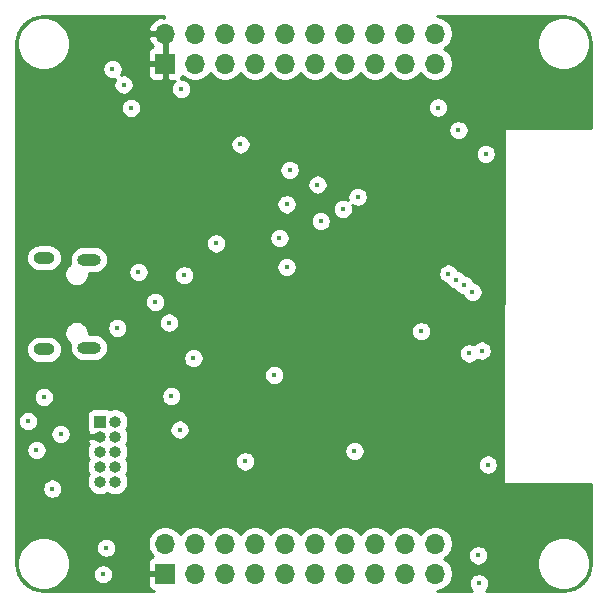
<source format=gbr>
%TF.GenerationSoftware,KiCad,Pcbnew,(5.1.12-1-10_14)*%
%TF.CreationDate,2022-01-30T11:35:25+08:00*%
%TF.ProjectId,bl600-sa-devboard,626c3630-302d-4736-912d-646576626f61,rev?*%
%TF.SameCoordinates,Original*%
%TF.FileFunction,Copper,L3,Inr*%
%TF.FilePolarity,Positive*%
%FSLAX46Y46*%
G04 Gerber Fmt 4.6, Leading zero omitted, Abs format (unit mm)*
G04 Created by KiCad (PCBNEW (5.1.12-1-10_14)) date 2022-01-30 11:35:25*
%MOMM*%
%LPD*%
G01*
G04 APERTURE LIST*
%TA.AperFunction,ComponentPad*%
%ADD10O,1.700000X1.700000*%
%TD*%
%TA.AperFunction,ComponentPad*%
%ADD11R,1.700000X1.700000*%
%TD*%
%TA.AperFunction,ComponentPad*%
%ADD12O,1.800000X1.000000*%
%TD*%
%TA.AperFunction,ComponentPad*%
%ADD13O,2.000000X1.000000*%
%TD*%
%TA.AperFunction,ComponentPad*%
%ADD14O,1.000000X1.000000*%
%TD*%
%TA.AperFunction,ComponentPad*%
%ADD15R,1.000000X1.000000*%
%TD*%
%TA.AperFunction,ViaPad*%
%ADD16C,0.450000*%
%TD*%
%TA.AperFunction,Conductor*%
%ADD17C,0.254000*%
%TD*%
%TA.AperFunction,Conductor*%
%ADD18C,0.100000*%
%TD*%
G04 APERTURE END LIST*
D10*
%TO.N,GND*%
%TO.C,J3*%
X136150000Y-52140000D03*
X136150000Y-54680000D03*
X133610000Y-52140000D03*
X133610000Y-54680000D03*
%TO.N,IO_17*%
X131070000Y-52140000D03*
%TO.N,IO_18*%
X131070000Y-54680000D03*
%TO.N,IO_19*%
X128530000Y-52140000D03*
%TO.N,IO_20*%
X128530000Y-54680000D03*
%TO.N,IO_21*%
X125990000Y-52140000D03*
%TO.N,IO_22*%
X125990000Y-54680000D03*
%TO.N,IO_23*%
X123450000Y-52140000D03*
%TO.N,IO_24*%
X123450000Y-54680000D03*
%TO.N,IO_25*%
X120910000Y-52140000D03*
%TO.N,IO_26*%
X120910000Y-54680000D03*
%TO.N,IO_27*%
X118370000Y-52140000D03*
%TO.N,IO_28*%
X118370000Y-54680000D03*
%TO.N,IO_29*%
X115830000Y-52140000D03*
%TO.N,IO_30*%
X115830000Y-54680000D03*
%TO.N,+3V3*%
X113290000Y-52140000D03*
D11*
X113290000Y-54680000D03*
%TD*%
D10*
%TO.N,GND*%
%TO.C,J2*%
X136150000Y-95320000D03*
X136150000Y-97860000D03*
%TO.N,IO_16*%
X133610000Y-95320000D03*
%TO.N,IO_15*%
X133610000Y-97860000D03*
%TO.N,IO_14*%
X131070000Y-95320000D03*
%TO.N,IO_13*%
X131070000Y-97860000D03*
%TO.N,IO_12*%
X128530000Y-95320000D03*
%TO.N,IO_11*%
X128530000Y-97860000D03*
%TO.N,IO_10*%
X125990000Y-95320000D03*
%TO.N,IO_9*%
X125990000Y-97860000D03*
%TO.N,IO_8*%
X123450000Y-95320000D03*
%TO.N,IO_7*%
X123450000Y-97860000D03*
%TO.N,IO_6*%
X120910000Y-95320000D03*
%TO.N,IO_5*%
X120910000Y-97860000D03*
%TO.N,IO_4*%
X118370000Y-95320000D03*
%TO.N,IO_3*%
X118370000Y-97860000D03*
%TO.N,IO_2*%
X115830000Y-95320000D03*
%TO.N,IO_1*%
X115830000Y-97860000D03*
%TO.N,IO_0*%
X113290000Y-95320000D03*
D11*
%TO.N,+3V3*%
X113290000Y-97860000D03*
%TD*%
D12*
%TO.N,Net-(J1-Pad0)*%
%TO.C,J1*%
X103050000Y-78875000D03*
X103050000Y-71125000D03*
D13*
X106850000Y-78725000D03*
X106850000Y-71275000D03*
%TD*%
D14*
%TO.N,GND*%
%TO.C,CON1*%
X107775000Y-90080000D03*
%TO.N,IO_4*%
X109045000Y-90080000D03*
%TO.N,SWCLK*%
X107775000Y-88810000D03*
%TO.N,IO_5*%
X109045000Y-88810000D03*
%TO.N,SWDIO*%
X107775000Y-87540000D03*
%TO.N,GND*%
X109045000Y-87540000D03*
%TO.N,+3V3*%
X107775000Y-86270000D03*
%TO.N,N/C*%
X109045000Y-86270000D03*
X109045000Y-85000000D03*
D15*
X107775000Y-85000000D03*
%TD*%
D16*
%TO.N,GND*%
X140600000Y-88630000D03*
X109240000Y-77050000D03*
X134960000Y-77350000D03*
X129320000Y-87490000D03*
X108830000Y-55140000D03*
X109770000Y-56460000D03*
X110400000Y-58440000D03*
X114640000Y-56830000D03*
X123830000Y-63680000D03*
X126190000Y-64920000D03*
X122970000Y-69430000D03*
X123570000Y-66600000D03*
X126460000Y-68030000D03*
X123570000Y-71920000D03*
X129590000Y-65950000D03*
X128340000Y-66980000D03*
X117600000Y-69910000D03*
X112450000Y-74850000D03*
X113610000Y-76610000D03*
X114900000Y-72610000D03*
X111030000Y-72350000D03*
X114510000Y-85670000D03*
X113810000Y-82840000D03*
X103030000Y-82910000D03*
X102390000Y-87400000D03*
X103740000Y-90670000D03*
X104440000Y-86050000D03*
X101680000Y-84960000D03*
X140430000Y-62320000D03*
X136390000Y-58400000D03*
X138120000Y-60330000D03*
X139790000Y-96320000D03*
X139850000Y-98690000D03*
X108290000Y-95670000D03*
X108030000Y-97920000D03*
X122530000Y-81050000D03*
%TO.N,+3V3*%
X110470000Y-64870000D03*
X110280000Y-66720000D03*
X110470000Y-62930000D03*
X132260000Y-77510000D03*
X122990000Y-67900000D03*
%TO.N,SWCLK*%
X140090000Y-78980000D03*
%TO.N,SWDIO*%
X139040000Y-79220000D03*
X115680000Y-79630000D03*
%TO.N,IO_16*%
X120060000Y-88360000D03*
%TO.N,IO_17*%
X139310000Y-74040000D03*
X119670000Y-61530000D03*
%TO.N,IO_18*%
X138620000Y-73440000D03*
%TO.N,IO_19*%
X137930000Y-72980000D03*
%TO.N,IO_20*%
X137270000Y-72460000D03*
%TD*%
D17*
%TO.N,+3V3*%
X113162998Y-50819844D02*
X112933110Y-50698524D01*
X112785901Y-50743175D01*
X112523080Y-50868359D01*
X112289731Y-51042412D01*
X112094822Y-51258645D01*
X111945843Y-51508748D01*
X111848519Y-51783109D01*
X111969186Y-52013000D01*
X113163000Y-52013000D01*
X113163000Y-51993000D01*
X113417000Y-51993000D01*
X113417000Y-52013000D01*
X113437000Y-52013000D01*
X113437000Y-52267000D01*
X113417000Y-52267000D01*
X113417000Y-54553000D01*
X113437000Y-54553000D01*
X113437000Y-54807000D01*
X113417000Y-54807000D01*
X113417000Y-56006250D01*
X113575750Y-56165000D01*
X114085999Y-56167778D01*
X113971995Y-56281782D01*
X113877878Y-56422637D01*
X113813049Y-56579147D01*
X113780000Y-56745297D01*
X113780000Y-56914703D01*
X113813049Y-57080853D01*
X113877878Y-57237363D01*
X113971995Y-57378218D01*
X114091782Y-57498005D01*
X114232637Y-57592122D01*
X114389147Y-57656951D01*
X114555297Y-57690000D01*
X114724703Y-57690000D01*
X114890853Y-57656951D01*
X115047363Y-57592122D01*
X115188218Y-57498005D01*
X115308005Y-57378218D01*
X115402122Y-57237363D01*
X115466951Y-57080853D01*
X115500000Y-56914703D01*
X115500000Y-56745297D01*
X115466951Y-56579147D01*
X115402122Y-56422637D01*
X115308005Y-56281782D01*
X115188218Y-56161995D01*
X115047363Y-56067878D01*
X114890853Y-56003049D01*
X114724703Y-55970000D01*
X114600364Y-55970000D01*
X114670537Y-55884494D01*
X114729502Y-55774180D01*
X114751513Y-55701620D01*
X114883368Y-55833475D01*
X115126589Y-55995990D01*
X115396842Y-56107932D01*
X115683740Y-56165000D01*
X115976260Y-56165000D01*
X116263158Y-56107932D01*
X116533411Y-55995990D01*
X116776632Y-55833475D01*
X116983475Y-55626632D01*
X117100000Y-55452240D01*
X117216525Y-55626632D01*
X117423368Y-55833475D01*
X117666589Y-55995990D01*
X117936842Y-56107932D01*
X118223740Y-56165000D01*
X118516260Y-56165000D01*
X118803158Y-56107932D01*
X119073411Y-55995990D01*
X119316632Y-55833475D01*
X119523475Y-55626632D01*
X119640000Y-55452240D01*
X119756525Y-55626632D01*
X119963368Y-55833475D01*
X120206589Y-55995990D01*
X120476842Y-56107932D01*
X120763740Y-56165000D01*
X121056260Y-56165000D01*
X121343158Y-56107932D01*
X121613411Y-55995990D01*
X121856632Y-55833475D01*
X122063475Y-55626632D01*
X122180000Y-55452240D01*
X122296525Y-55626632D01*
X122503368Y-55833475D01*
X122746589Y-55995990D01*
X123016842Y-56107932D01*
X123303740Y-56165000D01*
X123596260Y-56165000D01*
X123883158Y-56107932D01*
X124153411Y-55995990D01*
X124396632Y-55833475D01*
X124603475Y-55626632D01*
X124720000Y-55452240D01*
X124836525Y-55626632D01*
X125043368Y-55833475D01*
X125286589Y-55995990D01*
X125556842Y-56107932D01*
X125843740Y-56165000D01*
X126136260Y-56165000D01*
X126423158Y-56107932D01*
X126693411Y-55995990D01*
X126936632Y-55833475D01*
X127143475Y-55626632D01*
X127260000Y-55452240D01*
X127376525Y-55626632D01*
X127583368Y-55833475D01*
X127826589Y-55995990D01*
X128096842Y-56107932D01*
X128383740Y-56165000D01*
X128676260Y-56165000D01*
X128963158Y-56107932D01*
X129233411Y-55995990D01*
X129476632Y-55833475D01*
X129683475Y-55626632D01*
X129800000Y-55452240D01*
X129916525Y-55626632D01*
X130123368Y-55833475D01*
X130366589Y-55995990D01*
X130636842Y-56107932D01*
X130923740Y-56165000D01*
X131216260Y-56165000D01*
X131503158Y-56107932D01*
X131773411Y-55995990D01*
X132016632Y-55833475D01*
X132223475Y-55626632D01*
X132340000Y-55452240D01*
X132456525Y-55626632D01*
X132663368Y-55833475D01*
X132906589Y-55995990D01*
X133176842Y-56107932D01*
X133463740Y-56165000D01*
X133756260Y-56165000D01*
X134043158Y-56107932D01*
X134313411Y-55995990D01*
X134556632Y-55833475D01*
X134763475Y-55626632D01*
X134880000Y-55452240D01*
X134996525Y-55626632D01*
X135203368Y-55833475D01*
X135446589Y-55995990D01*
X135716842Y-56107932D01*
X136003740Y-56165000D01*
X136296260Y-56165000D01*
X136583158Y-56107932D01*
X136853411Y-55995990D01*
X137096632Y-55833475D01*
X137303475Y-55626632D01*
X137465990Y-55383411D01*
X137577932Y-55113158D01*
X137635000Y-54826260D01*
X137635000Y-54533740D01*
X137577932Y-54246842D01*
X137465990Y-53976589D01*
X137303475Y-53733368D01*
X137096632Y-53526525D01*
X136922240Y-53410000D01*
X137096632Y-53293475D01*
X137303475Y-53086632D01*
X137465990Y-52843411D01*
X137492308Y-52779872D01*
X144765000Y-52779872D01*
X144765000Y-53220128D01*
X144850890Y-53651925D01*
X145019369Y-54058669D01*
X145263962Y-54424729D01*
X145575271Y-54736038D01*
X145941331Y-54980631D01*
X146348075Y-55149110D01*
X146779872Y-55235000D01*
X147220128Y-55235000D01*
X147651925Y-55149110D01*
X148058669Y-54980631D01*
X148424729Y-54736038D01*
X148736038Y-54424729D01*
X148980631Y-54058669D01*
X149149110Y-53651925D01*
X149235000Y-53220128D01*
X149235000Y-52779872D01*
X149149110Y-52348075D01*
X148980631Y-51941331D01*
X148736038Y-51575271D01*
X148424729Y-51263962D01*
X148058669Y-51019369D01*
X147651925Y-50850890D01*
X147220128Y-50765000D01*
X146779872Y-50765000D01*
X146348075Y-50850890D01*
X145941331Y-51019369D01*
X145575271Y-51263962D01*
X145263962Y-51575271D01*
X145019369Y-51941331D01*
X144850890Y-52348075D01*
X144765000Y-52779872D01*
X137492308Y-52779872D01*
X137577932Y-52573158D01*
X137635000Y-52286260D01*
X137635000Y-51993740D01*
X137577932Y-51706842D01*
X137465990Y-51436589D01*
X137303475Y-51193368D01*
X137096632Y-50986525D01*
X136853411Y-50824010D01*
X136583158Y-50712068D01*
X136321397Y-50660000D01*
X146967721Y-50660000D01*
X147453893Y-50707670D01*
X147890498Y-50839489D01*
X148293185Y-51053600D01*
X148646612Y-51341848D01*
X148937327Y-51693261D01*
X149154242Y-52094439D01*
X149289106Y-52530113D01*
X149340000Y-53014344D01*
X149340000Y-60152146D01*
X142112047Y-60152146D01*
X142087688Y-60154504D01*
X142063840Y-60161651D01*
X142041844Y-60173314D01*
X142022546Y-60189043D01*
X142006687Y-60208235D01*
X141994878Y-60230152D01*
X141987571Y-60253952D01*
X141985048Y-60278721D01*
X141885048Y-90128721D01*
X141887536Y-90154168D01*
X141894810Y-90177978D01*
X141906589Y-90199911D01*
X141922421Y-90219125D01*
X141941698Y-90234881D01*
X141963677Y-90246574D01*
X141987516Y-90253754D01*
X142012297Y-90256146D01*
X149340001Y-90241721D01*
X149340001Y-96967711D01*
X149292330Y-97453894D01*
X149160512Y-97890497D01*
X148946399Y-98293186D01*
X148658150Y-98646613D01*
X148306739Y-98937327D01*
X147905564Y-99154240D01*
X147469886Y-99289106D01*
X146985664Y-99340000D01*
X140416223Y-99340000D01*
X140518005Y-99238218D01*
X140612122Y-99097363D01*
X140676951Y-98940853D01*
X140710000Y-98774703D01*
X140710000Y-98605297D01*
X140676951Y-98439147D01*
X140612122Y-98282637D01*
X140518005Y-98141782D01*
X140398218Y-98021995D01*
X140257363Y-97927878D01*
X140100853Y-97863049D01*
X139934703Y-97830000D01*
X139765297Y-97830000D01*
X139599147Y-97863049D01*
X139442637Y-97927878D01*
X139301782Y-98021995D01*
X139181995Y-98141782D01*
X139087878Y-98282637D01*
X139023049Y-98439147D01*
X138990000Y-98605297D01*
X138990000Y-98774703D01*
X139023049Y-98940853D01*
X139087878Y-99097363D01*
X139181995Y-99238218D01*
X139283777Y-99340000D01*
X136321397Y-99340000D01*
X136583158Y-99287932D01*
X136853411Y-99175990D01*
X137096632Y-99013475D01*
X137303475Y-98806632D01*
X137465990Y-98563411D01*
X137577932Y-98293158D01*
X137635000Y-98006260D01*
X137635000Y-97713740D01*
X137577932Y-97426842D01*
X137465990Y-97156589D01*
X137303475Y-96913368D01*
X137096632Y-96706525D01*
X136922240Y-96590000D01*
X137096632Y-96473475D01*
X137303475Y-96266632D01*
X137324412Y-96235297D01*
X138930000Y-96235297D01*
X138930000Y-96404703D01*
X138963049Y-96570853D01*
X139027878Y-96727363D01*
X139121995Y-96868218D01*
X139241782Y-96988005D01*
X139382637Y-97082122D01*
X139539147Y-97146951D01*
X139705297Y-97180000D01*
X139874703Y-97180000D01*
X140040853Y-97146951D01*
X140197363Y-97082122D01*
X140338218Y-96988005D01*
X140458005Y-96868218D01*
X140517036Y-96779872D01*
X144765000Y-96779872D01*
X144765000Y-97220128D01*
X144850890Y-97651925D01*
X145019369Y-98058669D01*
X145263962Y-98424729D01*
X145575271Y-98736038D01*
X145941331Y-98980631D01*
X146348075Y-99149110D01*
X146779872Y-99235000D01*
X147220128Y-99235000D01*
X147651925Y-99149110D01*
X148058669Y-98980631D01*
X148424729Y-98736038D01*
X148736038Y-98424729D01*
X148980631Y-98058669D01*
X149149110Y-97651925D01*
X149235000Y-97220128D01*
X149235000Y-96779872D01*
X149149110Y-96348075D01*
X148980631Y-95941331D01*
X148736038Y-95575271D01*
X148424729Y-95263962D01*
X148058669Y-95019369D01*
X147651925Y-94850890D01*
X147220128Y-94765000D01*
X146779872Y-94765000D01*
X146348075Y-94850890D01*
X145941331Y-95019369D01*
X145575271Y-95263962D01*
X145263962Y-95575271D01*
X145019369Y-95941331D01*
X144850890Y-96348075D01*
X144765000Y-96779872D01*
X140517036Y-96779872D01*
X140552122Y-96727363D01*
X140616951Y-96570853D01*
X140650000Y-96404703D01*
X140650000Y-96235297D01*
X140616951Y-96069147D01*
X140552122Y-95912637D01*
X140458005Y-95771782D01*
X140338218Y-95651995D01*
X140197363Y-95557878D01*
X140040853Y-95493049D01*
X139874703Y-95460000D01*
X139705297Y-95460000D01*
X139539147Y-95493049D01*
X139382637Y-95557878D01*
X139241782Y-95651995D01*
X139121995Y-95771782D01*
X139027878Y-95912637D01*
X138963049Y-96069147D01*
X138930000Y-96235297D01*
X137324412Y-96235297D01*
X137465990Y-96023411D01*
X137577932Y-95753158D01*
X137635000Y-95466260D01*
X137635000Y-95173740D01*
X137577932Y-94886842D01*
X137465990Y-94616589D01*
X137303475Y-94373368D01*
X137096632Y-94166525D01*
X136853411Y-94004010D01*
X136583158Y-93892068D01*
X136296260Y-93835000D01*
X136003740Y-93835000D01*
X135716842Y-93892068D01*
X135446589Y-94004010D01*
X135203368Y-94166525D01*
X134996525Y-94373368D01*
X134880000Y-94547760D01*
X134763475Y-94373368D01*
X134556632Y-94166525D01*
X134313411Y-94004010D01*
X134043158Y-93892068D01*
X133756260Y-93835000D01*
X133463740Y-93835000D01*
X133176842Y-93892068D01*
X132906589Y-94004010D01*
X132663368Y-94166525D01*
X132456525Y-94373368D01*
X132340000Y-94547760D01*
X132223475Y-94373368D01*
X132016632Y-94166525D01*
X131773411Y-94004010D01*
X131503158Y-93892068D01*
X131216260Y-93835000D01*
X130923740Y-93835000D01*
X130636842Y-93892068D01*
X130366589Y-94004010D01*
X130123368Y-94166525D01*
X129916525Y-94373368D01*
X129800000Y-94547760D01*
X129683475Y-94373368D01*
X129476632Y-94166525D01*
X129233411Y-94004010D01*
X128963158Y-93892068D01*
X128676260Y-93835000D01*
X128383740Y-93835000D01*
X128096842Y-93892068D01*
X127826589Y-94004010D01*
X127583368Y-94166525D01*
X127376525Y-94373368D01*
X127260000Y-94547760D01*
X127143475Y-94373368D01*
X126936632Y-94166525D01*
X126693411Y-94004010D01*
X126423158Y-93892068D01*
X126136260Y-93835000D01*
X125843740Y-93835000D01*
X125556842Y-93892068D01*
X125286589Y-94004010D01*
X125043368Y-94166525D01*
X124836525Y-94373368D01*
X124720000Y-94547760D01*
X124603475Y-94373368D01*
X124396632Y-94166525D01*
X124153411Y-94004010D01*
X123883158Y-93892068D01*
X123596260Y-93835000D01*
X123303740Y-93835000D01*
X123016842Y-93892068D01*
X122746589Y-94004010D01*
X122503368Y-94166525D01*
X122296525Y-94373368D01*
X122180000Y-94547760D01*
X122063475Y-94373368D01*
X121856632Y-94166525D01*
X121613411Y-94004010D01*
X121343158Y-93892068D01*
X121056260Y-93835000D01*
X120763740Y-93835000D01*
X120476842Y-93892068D01*
X120206589Y-94004010D01*
X119963368Y-94166525D01*
X119756525Y-94373368D01*
X119640000Y-94547760D01*
X119523475Y-94373368D01*
X119316632Y-94166525D01*
X119073411Y-94004010D01*
X118803158Y-93892068D01*
X118516260Y-93835000D01*
X118223740Y-93835000D01*
X117936842Y-93892068D01*
X117666589Y-94004010D01*
X117423368Y-94166525D01*
X117216525Y-94373368D01*
X117100000Y-94547760D01*
X116983475Y-94373368D01*
X116776632Y-94166525D01*
X116533411Y-94004010D01*
X116263158Y-93892068D01*
X115976260Y-93835000D01*
X115683740Y-93835000D01*
X115396842Y-93892068D01*
X115126589Y-94004010D01*
X114883368Y-94166525D01*
X114676525Y-94373368D01*
X114560000Y-94547760D01*
X114443475Y-94373368D01*
X114236632Y-94166525D01*
X113993411Y-94004010D01*
X113723158Y-93892068D01*
X113436260Y-93835000D01*
X113143740Y-93835000D01*
X112856842Y-93892068D01*
X112586589Y-94004010D01*
X112343368Y-94166525D01*
X112136525Y-94373368D01*
X111974010Y-94616589D01*
X111862068Y-94886842D01*
X111805000Y-95173740D01*
X111805000Y-95466260D01*
X111862068Y-95753158D01*
X111974010Y-96023411D01*
X112136525Y-96266632D01*
X112268380Y-96398487D01*
X112195820Y-96420498D01*
X112085506Y-96479463D01*
X111988815Y-96558815D01*
X111909463Y-96655506D01*
X111850498Y-96765820D01*
X111814188Y-96885518D01*
X111801928Y-97010000D01*
X111805000Y-97574250D01*
X111963750Y-97733000D01*
X113163000Y-97733000D01*
X113163000Y-97713000D01*
X113417000Y-97713000D01*
X113417000Y-97733000D01*
X113437000Y-97733000D01*
X113437000Y-97987000D01*
X113417000Y-97987000D01*
X113417000Y-98007000D01*
X113163000Y-98007000D01*
X113163000Y-97987000D01*
X111963750Y-97987000D01*
X111805000Y-98145750D01*
X111801928Y-98710000D01*
X111814188Y-98834482D01*
X111850498Y-98954180D01*
X111909463Y-99064494D01*
X111988815Y-99161185D01*
X112085506Y-99240537D01*
X112195820Y-99299502D01*
X112315518Y-99335812D01*
X112358041Y-99340000D01*
X103032279Y-99340000D01*
X102546106Y-99292330D01*
X102109503Y-99160512D01*
X101706814Y-98946399D01*
X101353387Y-98658150D01*
X101062673Y-98306739D01*
X100845760Y-97905564D01*
X100710894Y-97469886D01*
X100660000Y-96985664D01*
X100660000Y-96779872D01*
X100765000Y-96779872D01*
X100765000Y-97220128D01*
X100850890Y-97651925D01*
X101019369Y-98058669D01*
X101263962Y-98424729D01*
X101575271Y-98736038D01*
X101941331Y-98980631D01*
X102348075Y-99149110D01*
X102779872Y-99235000D01*
X103220128Y-99235000D01*
X103651925Y-99149110D01*
X104058669Y-98980631D01*
X104424729Y-98736038D01*
X104736038Y-98424729D01*
X104980631Y-98058669D01*
X105073154Y-97835297D01*
X107170000Y-97835297D01*
X107170000Y-98004703D01*
X107203049Y-98170853D01*
X107267878Y-98327363D01*
X107361995Y-98468218D01*
X107481782Y-98588005D01*
X107622637Y-98682122D01*
X107779147Y-98746951D01*
X107945297Y-98780000D01*
X108114703Y-98780000D01*
X108280853Y-98746951D01*
X108437363Y-98682122D01*
X108578218Y-98588005D01*
X108698005Y-98468218D01*
X108792122Y-98327363D01*
X108856951Y-98170853D01*
X108890000Y-98004703D01*
X108890000Y-97835297D01*
X108856951Y-97669147D01*
X108792122Y-97512637D01*
X108698005Y-97371782D01*
X108578218Y-97251995D01*
X108437363Y-97157878D01*
X108280853Y-97093049D01*
X108114703Y-97060000D01*
X107945297Y-97060000D01*
X107779147Y-97093049D01*
X107622637Y-97157878D01*
X107481782Y-97251995D01*
X107361995Y-97371782D01*
X107267878Y-97512637D01*
X107203049Y-97669147D01*
X107170000Y-97835297D01*
X105073154Y-97835297D01*
X105149110Y-97651925D01*
X105235000Y-97220128D01*
X105235000Y-96779872D01*
X105149110Y-96348075D01*
X104980631Y-95941331D01*
X104742738Y-95585297D01*
X107430000Y-95585297D01*
X107430000Y-95754703D01*
X107463049Y-95920853D01*
X107527878Y-96077363D01*
X107621995Y-96218218D01*
X107741782Y-96338005D01*
X107882637Y-96432122D01*
X108039147Y-96496951D01*
X108205297Y-96530000D01*
X108374703Y-96530000D01*
X108540853Y-96496951D01*
X108697363Y-96432122D01*
X108838218Y-96338005D01*
X108958005Y-96218218D01*
X109052122Y-96077363D01*
X109116951Y-95920853D01*
X109150000Y-95754703D01*
X109150000Y-95585297D01*
X109116951Y-95419147D01*
X109052122Y-95262637D01*
X108958005Y-95121782D01*
X108838218Y-95001995D01*
X108697363Y-94907878D01*
X108540853Y-94843049D01*
X108374703Y-94810000D01*
X108205297Y-94810000D01*
X108039147Y-94843049D01*
X107882637Y-94907878D01*
X107741782Y-95001995D01*
X107621995Y-95121782D01*
X107527878Y-95262637D01*
X107463049Y-95419147D01*
X107430000Y-95585297D01*
X104742738Y-95585297D01*
X104736038Y-95575271D01*
X104424729Y-95263962D01*
X104058669Y-95019369D01*
X103651925Y-94850890D01*
X103220128Y-94765000D01*
X102779872Y-94765000D01*
X102348075Y-94850890D01*
X101941331Y-95019369D01*
X101575271Y-95263962D01*
X101263962Y-95575271D01*
X101019369Y-95941331D01*
X100850890Y-96348075D01*
X100765000Y-96779872D01*
X100660000Y-96779872D01*
X100660000Y-90585297D01*
X102880000Y-90585297D01*
X102880000Y-90754703D01*
X102913049Y-90920853D01*
X102977878Y-91077363D01*
X103071995Y-91218218D01*
X103191782Y-91338005D01*
X103332637Y-91432122D01*
X103489147Y-91496951D01*
X103655297Y-91530000D01*
X103824703Y-91530000D01*
X103990853Y-91496951D01*
X104147363Y-91432122D01*
X104288218Y-91338005D01*
X104408005Y-91218218D01*
X104502122Y-91077363D01*
X104566951Y-90920853D01*
X104600000Y-90754703D01*
X104600000Y-90585297D01*
X104566951Y-90419147D01*
X104502122Y-90262637D01*
X104408005Y-90121782D01*
X104288218Y-90001995D01*
X104147363Y-89907878D01*
X103990853Y-89843049D01*
X103824703Y-89810000D01*
X103655297Y-89810000D01*
X103489147Y-89843049D01*
X103332637Y-89907878D01*
X103191782Y-90001995D01*
X103071995Y-90121782D01*
X102977878Y-90262637D01*
X102913049Y-90419147D01*
X102880000Y-90585297D01*
X100660000Y-90585297D01*
X100660000Y-87315297D01*
X101530000Y-87315297D01*
X101530000Y-87484703D01*
X101563049Y-87650853D01*
X101627878Y-87807363D01*
X101721995Y-87948218D01*
X101841782Y-88068005D01*
X101982637Y-88162122D01*
X102139147Y-88226951D01*
X102305297Y-88260000D01*
X102474703Y-88260000D01*
X102640853Y-88226951D01*
X102797363Y-88162122D01*
X102938218Y-88068005D01*
X103058005Y-87948218D01*
X103152122Y-87807363D01*
X103216951Y-87650853D01*
X103250000Y-87484703D01*
X103250000Y-87315297D01*
X103216951Y-87149147D01*
X103152122Y-86992637D01*
X103058005Y-86851782D01*
X102938218Y-86731995D01*
X102797363Y-86637878D01*
X102640853Y-86573049D01*
X102474703Y-86540000D01*
X102305297Y-86540000D01*
X102139147Y-86573049D01*
X101982637Y-86637878D01*
X101841782Y-86731995D01*
X101721995Y-86851782D01*
X101627878Y-86992637D01*
X101563049Y-87149147D01*
X101530000Y-87315297D01*
X100660000Y-87315297D01*
X100660000Y-85965297D01*
X103580000Y-85965297D01*
X103580000Y-86134703D01*
X103613049Y-86300853D01*
X103677878Y-86457363D01*
X103771995Y-86598218D01*
X103891782Y-86718005D01*
X104032637Y-86812122D01*
X104189147Y-86876951D01*
X104355297Y-86910000D01*
X104524703Y-86910000D01*
X104690853Y-86876951D01*
X104847363Y-86812122D01*
X104988218Y-86718005D01*
X105108005Y-86598218D01*
X105202122Y-86457363D01*
X105266951Y-86300853D01*
X105300000Y-86134703D01*
X105300000Y-85965297D01*
X105266951Y-85799147D01*
X105202122Y-85642637D01*
X105108005Y-85501782D01*
X104988218Y-85381995D01*
X104847363Y-85287878D01*
X104690853Y-85223049D01*
X104524703Y-85190000D01*
X104355297Y-85190000D01*
X104189147Y-85223049D01*
X104032637Y-85287878D01*
X103891782Y-85381995D01*
X103771995Y-85501782D01*
X103677878Y-85642637D01*
X103613049Y-85799147D01*
X103580000Y-85965297D01*
X100660000Y-85965297D01*
X100660000Y-84875297D01*
X100820000Y-84875297D01*
X100820000Y-85044703D01*
X100853049Y-85210853D01*
X100917878Y-85367363D01*
X101011995Y-85508218D01*
X101131782Y-85628005D01*
X101272637Y-85722122D01*
X101429147Y-85786951D01*
X101595297Y-85820000D01*
X101764703Y-85820000D01*
X101930853Y-85786951D01*
X102087363Y-85722122D01*
X102228218Y-85628005D01*
X102348005Y-85508218D01*
X102442122Y-85367363D01*
X102506951Y-85210853D01*
X102540000Y-85044703D01*
X102540000Y-84875297D01*
X102506951Y-84709147D01*
X102442122Y-84552637D01*
X102406951Y-84500000D01*
X106636928Y-84500000D01*
X106636928Y-85500000D01*
X106649188Y-85624482D01*
X106685498Y-85744180D01*
X106733070Y-85833180D01*
X106697554Y-85913136D01*
X106680881Y-85968126D01*
X106807046Y-86143000D01*
X107648000Y-86143000D01*
X107648000Y-86138072D01*
X107902000Y-86138072D01*
X107902000Y-86143000D01*
X107913026Y-86143000D01*
X107910000Y-86158212D01*
X107910000Y-86381788D01*
X107913026Y-86397000D01*
X107902000Y-86397000D01*
X107902000Y-86408026D01*
X107886788Y-86405000D01*
X107663212Y-86405000D01*
X107648000Y-86408026D01*
X107648000Y-86397000D01*
X106807046Y-86397000D01*
X106680881Y-86571874D01*
X106697554Y-86626864D01*
X106787877Y-86830206D01*
X106837353Y-86900342D01*
X106769176Y-87002376D01*
X106683617Y-87208933D01*
X106640000Y-87428212D01*
X106640000Y-87651788D01*
X106683617Y-87871067D01*
X106769176Y-88077624D01*
X106834241Y-88175000D01*
X106769176Y-88272376D01*
X106683617Y-88478933D01*
X106640000Y-88698212D01*
X106640000Y-88921788D01*
X106683617Y-89141067D01*
X106769176Y-89347624D01*
X106834241Y-89445000D01*
X106769176Y-89542376D01*
X106683617Y-89748933D01*
X106640000Y-89968212D01*
X106640000Y-90191788D01*
X106683617Y-90411067D01*
X106769176Y-90617624D01*
X106893388Y-90803520D01*
X107051480Y-90961612D01*
X107237376Y-91085824D01*
X107443933Y-91171383D01*
X107663212Y-91215000D01*
X107886788Y-91215000D01*
X108106067Y-91171383D01*
X108312624Y-91085824D01*
X108410000Y-91020759D01*
X108507376Y-91085824D01*
X108713933Y-91171383D01*
X108933212Y-91215000D01*
X109156788Y-91215000D01*
X109376067Y-91171383D01*
X109582624Y-91085824D01*
X109768520Y-90961612D01*
X109926612Y-90803520D01*
X110050824Y-90617624D01*
X110136383Y-90411067D01*
X110180000Y-90191788D01*
X110180000Y-89968212D01*
X110136383Y-89748933D01*
X110050824Y-89542376D01*
X109985759Y-89445000D01*
X110050824Y-89347624D01*
X110136383Y-89141067D01*
X110180000Y-88921788D01*
X110180000Y-88698212D01*
X110136383Y-88478933D01*
X110052034Y-88275297D01*
X119200000Y-88275297D01*
X119200000Y-88444703D01*
X119233049Y-88610853D01*
X119297878Y-88767363D01*
X119391995Y-88908218D01*
X119511782Y-89028005D01*
X119652637Y-89122122D01*
X119809147Y-89186951D01*
X119975297Y-89220000D01*
X120144703Y-89220000D01*
X120310853Y-89186951D01*
X120467363Y-89122122D01*
X120608218Y-89028005D01*
X120728005Y-88908218D01*
X120822122Y-88767363D01*
X120886951Y-88610853D01*
X120899990Y-88545297D01*
X139740000Y-88545297D01*
X139740000Y-88714703D01*
X139773049Y-88880853D01*
X139837878Y-89037363D01*
X139931995Y-89178218D01*
X140051782Y-89298005D01*
X140192637Y-89392122D01*
X140349147Y-89456951D01*
X140515297Y-89490000D01*
X140684703Y-89490000D01*
X140850853Y-89456951D01*
X141007363Y-89392122D01*
X141148218Y-89298005D01*
X141268005Y-89178218D01*
X141362122Y-89037363D01*
X141426951Y-88880853D01*
X141460000Y-88714703D01*
X141460000Y-88545297D01*
X141426951Y-88379147D01*
X141362122Y-88222637D01*
X141268005Y-88081782D01*
X141148218Y-87961995D01*
X141007363Y-87867878D01*
X140850853Y-87803049D01*
X140684703Y-87770000D01*
X140515297Y-87770000D01*
X140349147Y-87803049D01*
X140192637Y-87867878D01*
X140051782Y-87961995D01*
X139931995Y-88081782D01*
X139837878Y-88222637D01*
X139773049Y-88379147D01*
X139740000Y-88545297D01*
X120899990Y-88545297D01*
X120920000Y-88444703D01*
X120920000Y-88275297D01*
X120886951Y-88109147D01*
X120822122Y-87952637D01*
X120728005Y-87811782D01*
X120608218Y-87691995D01*
X120467363Y-87597878D01*
X120310853Y-87533049D01*
X120144703Y-87500000D01*
X119975297Y-87500000D01*
X119809147Y-87533049D01*
X119652637Y-87597878D01*
X119511782Y-87691995D01*
X119391995Y-87811782D01*
X119297878Y-87952637D01*
X119233049Y-88109147D01*
X119200000Y-88275297D01*
X110052034Y-88275297D01*
X110050824Y-88272376D01*
X109985759Y-88175000D01*
X110050824Y-88077624D01*
X110136383Y-87871067D01*
X110180000Y-87651788D01*
X110180000Y-87428212D01*
X110175442Y-87405297D01*
X128460000Y-87405297D01*
X128460000Y-87574703D01*
X128493049Y-87740853D01*
X128557878Y-87897363D01*
X128651995Y-88038218D01*
X128771782Y-88158005D01*
X128912637Y-88252122D01*
X129069147Y-88316951D01*
X129235297Y-88350000D01*
X129404703Y-88350000D01*
X129570853Y-88316951D01*
X129727363Y-88252122D01*
X129868218Y-88158005D01*
X129988005Y-88038218D01*
X130082122Y-87897363D01*
X130146951Y-87740853D01*
X130180000Y-87574703D01*
X130180000Y-87405297D01*
X130146951Y-87239147D01*
X130082122Y-87082637D01*
X129988005Y-86941782D01*
X129868218Y-86821995D01*
X129727363Y-86727878D01*
X129570853Y-86663049D01*
X129404703Y-86630000D01*
X129235297Y-86630000D01*
X129069147Y-86663049D01*
X128912637Y-86727878D01*
X128771782Y-86821995D01*
X128651995Y-86941782D01*
X128557878Y-87082637D01*
X128493049Y-87239147D01*
X128460000Y-87405297D01*
X110175442Y-87405297D01*
X110136383Y-87208933D01*
X110050824Y-87002376D01*
X109985759Y-86905000D01*
X110050824Y-86807624D01*
X110136383Y-86601067D01*
X110180000Y-86381788D01*
X110180000Y-86158212D01*
X110136383Y-85938933D01*
X110050824Y-85732376D01*
X109985759Y-85635000D01*
X110018969Y-85585297D01*
X113650000Y-85585297D01*
X113650000Y-85754703D01*
X113683049Y-85920853D01*
X113747878Y-86077363D01*
X113841995Y-86218218D01*
X113961782Y-86338005D01*
X114102637Y-86432122D01*
X114259147Y-86496951D01*
X114425297Y-86530000D01*
X114594703Y-86530000D01*
X114760853Y-86496951D01*
X114917363Y-86432122D01*
X115058218Y-86338005D01*
X115178005Y-86218218D01*
X115272122Y-86077363D01*
X115336951Y-85920853D01*
X115370000Y-85754703D01*
X115370000Y-85585297D01*
X115336951Y-85419147D01*
X115272122Y-85262637D01*
X115178005Y-85121782D01*
X115058218Y-85001995D01*
X114917363Y-84907878D01*
X114760853Y-84843049D01*
X114594703Y-84810000D01*
X114425297Y-84810000D01*
X114259147Y-84843049D01*
X114102637Y-84907878D01*
X113961782Y-85001995D01*
X113841995Y-85121782D01*
X113747878Y-85262637D01*
X113683049Y-85419147D01*
X113650000Y-85585297D01*
X110018969Y-85585297D01*
X110050824Y-85537624D01*
X110136383Y-85331067D01*
X110180000Y-85111788D01*
X110180000Y-84888212D01*
X110136383Y-84668933D01*
X110050824Y-84462376D01*
X109926612Y-84276480D01*
X109768520Y-84118388D01*
X109582624Y-83994176D01*
X109376067Y-83908617D01*
X109156788Y-83865000D01*
X108933212Y-83865000D01*
X108713933Y-83908617D01*
X108602226Y-83954888D01*
X108519180Y-83910498D01*
X108399482Y-83874188D01*
X108275000Y-83861928D01*
X107275000Y-83861928D01*
X107150518Y-83874188D01*
X107030820Y-83910498D01*
X106920506Y-83969463D01*
X106823815Y-84048815D01*
X106744463Y-84145506D01*
X106685498Y-84255820D01*
X106649188Y-84375518D01*
X106636928Y-84500000D01*
X102406951Y-84500000D01*
X102348005Y-84411782D01*
X102228218Y-84291995D01*
X102087363Y-84197878D01*
X101930853Y-84133049D01*
X101764703Y-84100000D01*
X101595297Y-84100000D01*
X101429147Y-84133049D01*
X101272637Y-84197878D01*
X101131782Y-84291995D01*
X101011995Y-84411782D01*
X100917878Y-84552637D01*
X100853049Y-84709147D01*
X100820000Y-84875297D01*
X100660000Y-84875297D01*
X100660000Y-82825297D01*
X102170000Y-82825297D01*
X102170000Y-82994703D01*
X102203049Y-83160853D01*
X102267878Y-83317363D01*
X102361995Y-83458218D01*
X102481782Y-83578005D01*
X102622637Y-83672122D01*
X102779147Y-83736951D01*
X102945297Y-83770000D01*
X103114703Y-83770000D01*
X103280853Y-83736951D01*
X103437363Y-83672122D01*
X103578218Y-83578005D01*
X103698005Y-83458218D01*
X103792122Y-83317363D01*
X103856951Y-83160853D01*
X103890000Y-82994703D01*
X103890000Y-82825297D01*
X103876077Y-82755297D01*
X112950000Y-82755297D01*
X112950000Y-82924703D01*
X112983049Y-83090853D01*
X113047878Y-83247363D01*
X113141995Y-83388218D01*
X113261782Y-83508005D01*
X113402637Y-83602122D01*
X113559147Y-83666951D01*
X113725297Y-83700000D01*
X113894703Y-83700000D01*
X114060853Y-83666951D01*
X114217363Y-83602122D01*
X114358218Y-83508005D01*
X114478005Y-83388218D01*
X114572122Y-83247363D01*
X114636951Y-83090853D01*
X114670000Y-82924703D01*
X114670000Y-82755297D01*
X114636951Y-82589147D01*
X114572122Y-82432637D01*
X114478005Y-82291782D01*
X114358218Y-82171995D01*
X114217363Y-82077878D01*
X114060853Y-82013049D01*
X113894703Y-81980000D01*
X113725297Y-81980000D01*
X113559147Y-82013049D01*
X113402637Y-82077878D01*
X113261782Y-82171995D01*
X113141995Y-82291782D01*
X113047878Y-82432637D01*
X112983049Y-82589147D01*
X112950000Y-82755297D01*
X103876077Y-82755297D01*
X103856951Y-82659147D01*
X103792122Y-82502637D01*
X103698005Y-82361782D01*
X103578218Y-82241995D01*
X103437363Y-82147878D01*
X103280853Y-82083049D01*
X103114703Y-82050000D01*
X102945297Y-82050000D01*
X102779147Y-82083049D01*
X102622637Y-82147878D01*
X102481782Y-82241995D01*
X102361995Y-82361782D01*
X102267878Y-82502637D01*
X102203049Y-82659147D01*
X102170000Y-82825297D01*
X100660000Y-82825297D01*
X100660000Y-80965297D01*
X121670000Y-80965297D01*
X121670000Y-81134703D01*
X121703049Y-81300853D01*
X121767878Y-81457363D01*
X121861995Y-81598218D01*
X121981782Y-81718005D01*
X122122637Y-81812122D01*
X122279147Y-81876951D01*
X122445297Y-81910000D01*
X122614703Y-81910000D01*
X122780853Y-81876951D01*
X122937363Y-81812122D01*
X123078218Y-81718005D01*
X123198005Y-81598218D01*
X123292122Y-81457363D01*
X123356951Y-81300853D01*
X123390000Y-81134703D01*
X123390000Y-80965297D01*
X123356951Y-80799147D01*
X123292122Y-80642637D01*
X123198005Y-80501782D01*
X123078218Y-80381995D01*
X122937363Y-80287878D01*
X122780853Y-80223049D01*
X122614703Y-80190000D01*
X122445297Y-80190000D01*
X122279147Y-80223049D01*
X122122637Y-80287878D01*
X121981782Y-80381995D01*
X121861995Y-80501782D01*
X121767878Y-80642637D01*
X121703049Y-80799147D01*
X121670000Y-80965297D01*
X100660000Y-80965297D01*
X100660000Y-78875000D01*
X101509509Y-78875000D01*
X101531423Y-79097499D01*
X101596324Y-79311447D01*
X101701716Y-79508623D01*
X101843551Y-79681449D01*
X102016377Y-79823284D01*
X102213553Y-79928676D01*
X102427501Y-79993577D01*
X102594248Y-80010000D01*
X103505752Y-80010000D01*
X103672499Y-79993577D01*
X103886447Y-79928676D01*
X104083623Y-79823284D01*
X104256449Y-79681449D01*
X104398284Y-79508623D01*
X104503676Y-79311447D01*
X104568577Y-79097499D01*
X104590491Y-78875000D01*
X104568577Y-78652501D01*
X104503676Y-78438553D01*
X104398284Y-78241377D01*
X104256449Y-78068551D01*
X104083623Y-77926716D01*
X103886447Y-77821324D01*
X103672499Y-77756423D01*
X103505752Y-77740000D01*
X102594248Y-77740000D01*
X102427501Y-77756423D01*
X102213553Y-77821324D01*
X102016377Y-77926716D01*
X101843551Y-78068551D01*
X101701716Y-78241377D01*
X101596324Y-78438553D01*
X101531423Y-78652501D01*
X101509509Y-78875000D01*
X100660000Y-78875000D01*
X100660000Y-77398061D01*
X104765000Y-77398061D01*
X104765000Y-77601939D01*
X104804774Y-77801898D01*
X104882795Y-77990256D01*
X104996063Y-78159774D01*
X105140226Y-78303937D01*
X105266136Y-78388067D01*
X105231423Y-78502501D01*
X105209509Y-78725000D01*
X105231423Y-78947499D01*
X105296324Y-79161447D01*
X105401716Y-79358623D01*
X105543551Y-79531449D01*
X105716377Y-79673284D01*
X105913553Y-79778676D01*
X106127501Y-79843577D01*
X106294248Y-79860000D01*
X107405752Y-79860000D01*
X107572499Y-79843577D01*
X107786447Y-79778676D01*
X107983623Y-79673284D01*
X108139575Y-79545297D01*
X114820000Y-79545297D01*
X114820000Y-79714703D01*
X114853049Y-79880853D01*
X114917878Y-80037363D01*
X115011995Y-80178218D01*
X115131782Y-80298005D01*
X115272637Y-80392122D01*
X115429147Y-80456951D01*
X115595297Y-80490000D01*
X115764703Y-80490000D01*
X115930853Y-80456951D01*
X116087363Y-80392122D01*
X116228218Y-80298005D01*
X116348005Y-80178218D01*
X116442122Y-80037363D01*
X116506951Y-79880853D01*
X116540000Y-79714703D01*
X116540000Y-79545297D01*
X116506951Y-79379147D01*
X116442122Y-79222637D01*
X116383763Y-79135297D01*
X138180000Y-79135297D01*
X138180000Y-79304703D01*
X138213049Y-79470853D01*
X138277878Y-79627363D01*
X138371995Y-79768218D01*
X138491782Y-79888005D01*
X138632637Y-79982122D01*
X138789147Y-80046951D01*
X138955297Y-80080000D01*
X139124703Y-80080000D01*
X139290853Y-80046951D01*
X139447363Y-79982122D01*
X139588218Y-79888005D01*
X139708005Y-79768218D01*
X139716163Y-79756009D01*
X139839147Y-79806951D01*
X140005297Y-79840000D01*
X140174703Y-79840000D01*
X140340853Y-79806951D01*
X140497363Y-79742122D01*
X140638218Y-79648005D01*
X140758005Y-79528218D01*
X140852122Y-79387363D01*
X140916951Y-79230853D01*
X140950000Y-79064703D01*
X140950000Y-78895297D01*
X140916951Y-78729147D01*
X140852122Y-78572637D01*
X140758005Y-78431782D01*
X140638218Y-78311995D01*
X140497363Y-78217878D01*
X140340853Y-78153049D01*
X140174703Y-78120000D01*
X140005297Y-78120000D01*
X139839147Y-78153049D01*
X139682637Y-78217878D01*
X139541782Y-78311995D01*
X139421995Y-78431782D01*
X139413837Y-78443991D01*
X139290853Y-78393049D01*
X139124703Y-78360000D01*
X138955297Y-78360000D01*
X138789147Y-78393049D01*
X138632637Y-78457878D01*
X138491782Y-78551995D01*
X138371995Y-78671782D01*
X138277878Y-78812637D01*
X138213049Y-78969147D01*
X138180000Y-79135297D01*
X116383763Y-79135297D01*
X116348005Y-79081782D01*
X116228218Y-78961995D01*
X116087363Y-78867878D01*
X115930853Y-78803049D01*
X115764703Y-78770000D01*
X115595297Y-78770000D01*
X115429147Y-78803049D01*
X115272637Y-78867878D01*
X115131782Y-78961995D01*
X115011995Y-79081782D01*
X114917878Y-79222637D01*
X114853049Y-79379147D01*
X114820000Y-79545297D01*
X108139575Y-79545297D01*
X108156449Y-79531449D01*
X108298284Y-79358623D01*
X108403676Y-79161447D01*
X108468577Y-78947499D01*
X108490491Y-78725000D01*
X108468577Y-78502501D01*
X108403676Y-78288553D01*
X108298284Y-78091377D01*
X108156449Y-77918551D01*
X107983623Y-77776716D01*
X107786447Y-77671324D01*
X107572499Y-77606423D01*
X107405752Y-77590000D01*
X106835000Y-77590000D01*
X106835000Y-77398061D01*
X106795226Y-77198102D01*
X106717205Y-77009744D01*
X106687507Y-76965297D01*
X108380000Y-76965297D01*
X108380000Y-77134703D01*
X108413049Y-77300853D01*
X108477878Y-77457363D01*
X108571995Y-77598218D01*
X108691782Y-77718005D01*
X108832637Y-77812122D01*
X108989147Y-77876951D01*
X109155297Y-77910000D01*
X109324703Y-77910000D01*
X109490853Y-77876951D01*
X109647363Y-77812122D01*
X109788218Y-77718005D01*
X109908005Y-77598218D01*
X110002122Y-77457363D01*
X110066951Y-77300853D01*
X110100000Y-77134703D01*
X110100000Y-76965297D01*
X110066951Y-76799147D01*
X110002122Y-76642637D01*
X109923718Y-76525297D01*
X112750000Y-76525297D01*
X112750000Y-76694703D01*
X112783049Y-76860853D01*
X112847878Y-77017363D01*
X112941995Y-77158218D01*
X113061782Y-77278005D01*
X113202637Y-77372122D01*
X113359147Y-77436951D01*
X113525297Y-77470000D01*
X113694703Y-77470000D01*
X113860853Y-77436951D01*
X114017363Y-77372122D01*
X114158218Y-77278005D01*
X114170926Y-77265297D01*
X134100000Y-77265297D01*
X134100000Y-77434703D01*
X134133049Y-77600853D01*
X134197878Y-77757363D01*
X134291995Y-77898218D01*
X134411782Y-78018005D01*
X134552637Y-78112122D01*
X134709147Y-78176951D01*
X134875297Y-78210000D01*
X135044703Y-78210000D01*
X135210853Y-78176951D01*
X135367363Y-78112122D01*
X135508218Y-78018005D01*
X135628005Y-77898218D01*
X135722122Y-77757363D01*
X135786951Y-77600853D01*
X135820000Y-77434703D01*
X135820000Y-77265297D01*
X135786951Y-77099147D01*
X135722122Y-76942637D01*
X135628005Y-76801782D01*
X135508218Y-76681995D01*
X135367363Y-76587878D01*
X135210853Y-76523049D01*
X135044703Y-76490000D01*
X134875297Y-76490000D01*
X134709147Y-76523049D01*
X134552637Y-76587878D01*
X134411782Y-76681995D01*
X134291995Y-76801782D01*
X134197878Y-76942637D01*
X134133049Y-77099147D01*
X134100000Y-77265297D01*
X114170926Y-77265297D01*
X114278005Y-77158218D01*
X114372122Y-77017363D01*
X114436951Y-76860853D01*
X114470000Y-76694703D01*
X114470000Y-76525297D01*
X114436951Y-76359147D01*
X114372122Y-76202637D01*
X114278005Y-76061782D01*
X114158218Y-75941995D01*
X114017363Y-75847878D01*
X113860853Y-75783049D01*
X113694703Y-75750000D01*
X113525297Y-75750000D01*
X113359147Y-75783049D01*
X113202637Y-75847878D01*
X113061782Y-75941995D01*
X112941995Y-76061782D01*
X112847878Y-76202637D01*
X112783049Y-76359147D01*
X112750000Y-76525297D01*
X109923718Y-76525297D01*
X109908005Y-76501782D01*
X109788218Y-76381995D01*
X109647363Y-76287878D01*
X109490853Y-76223049D01*
X109324703Y-76190000D01*
X109155297Y-76190000D01*
X108989147Y-76223049D01*
X108832637Y-76287878D01*
X108691782Y-76381995D01*
X108571995Y-76501782D01*
X108477878Y-76642637D01*
X108413049Y-76799147D01*
X108380000Y-76965297D01*
X106687507Y-76965297D01*
X106603937Y-76840226D01*
X106459774Y-76696063D01*
X106290256Y-76582795D01*
X106101898Y-76504774D01*
X105901939Y-76465000D01*
X105698061Y-76465000D01*
X105498102Y-76504774D01*
X105309744Y-76582795D01*
X105140226Y-76696063D01*
X104996063Y-76840226D01*
X104882795Y-77009744D01*
X104804774Y-77198102D01*
X104765000Y-77398061D01*
X100660000Y-77398061D01*
X100660000Y-74765297D01*
X111590000Y-74765297D01*
X111590000Y-74934703D01*
X111623049Y-75100853D01*
X111687878Y-75257363D01*
X111781995Y-75398218D01*
X111901782Y-75518005D01*
X112042637Y-75612122D01*
X112199147Y-75676951D01*
X112365297Y-75710000D01*
X112534703Y-75710000D01*
X112700853Y-75676951D01*
X112857363Y-75612122D01*
X112998218Y-75518005D01*
X113118005Y-75398218D01*
X113212122Y-75257363D01*
X113276951Y-75100853D01*
X113310000Y-74934703D01*
X113310000Y-74765297D01*
X113276951Y-74599147D01*
X113212122Y-74442637D01*
X113118005Y-74301782D01*
X112998218Y-74181995D01*
X112857363Y-74087878D01*
X112700853Y-74023049D01*
X112534703Y-73990000D01*
X112365297Y-73990000D01*
X112199147Y-74023049D01*
X112042637Y-74087878D01*
X111901782Y-74181995D01*
X111781995Y-74301782D01*
X111687878Y-74442637D01*
X111623049Y-74599147D01*
X111590000Y-74765297D01*
X100660000Y-74765297D01*
X100660000Y-72398061D01*
X104765000Y-72398061D01*
X104765000Y-72601939D01*
X104804774Y-72801898D01*
X104882795Y-72990256D01*
X104996063Y-73159774D01*
X105140226Y-73303937D01*
X105309744Y-73417205D01*
X105498102Y-73495226D01*
X105698061Y-73535000D01*
X105901939Y-73535000D01*
X106101898Y-73495226D01*
X106290256Y-73417205D01*
X106459774Y-73303937D01*
X106603937Y-73159774D01*
X106717205Y-72990256D01*
X106795226Y-72801898D01*
X106835000Y-72601939D01*
X106835000Y-72410000D01*
X107405752Y-72410000D01*
X107572499Y-72393577D01*
X107786447Y-72328676D01*
X107905021Y-72265297D01*
X110170000Y-72265297D01*
X110170000Y-72434703D01*
X110203049Y-72600853D01*
X110267878Y-72757363D01*
X110361995Y-72898218D01*
X110481782Y-73018005D01*
X110622637Y-73112122D01*
X110779147Y-73176951D01*
X110945297Y-73210000D01*
X111114703Y-73210000D01*
X111280853Y-73176951D01*
X111437363Y-73112122D01*
X111578218Y-73018005D01*
X111698005Y-72898218D01*
X111792122Y-72757363D01*
X111856951Y-72600853D01*
X111871979Y-72525297D01*
X114040000Y-72525297D01*
X114040000Y-72694703D01*
X114073049Y-72860853D01*
X114137878Y-73017363D01*
X114231995Y-73158218D01*
X114351782Y-73278005D01*
X114492637Y-73372122D01*
X114649147Y-73436951D01*
X114815297Y-73470000D01*
X114984703Y-73470000D01*
X115150853Y-73436951D01*
X115307363Y-73372122D01*
X115448218Y-73278005D01*
X115568005Y-73158218D01*
X115662122Y-73017363D01*
X115726951Y-72860853D01*
X115760000Y-72694703D01*
X115760000Y-72525297D01*
X115726951Y-72359147D01*
X115662122Y-72202637D01*
X115568005Y-72061782D01*
X115448218Y-71941995D01*
X115307363Y-71847878D01*
X115276990Y-71835297D01*
X122710000Y-71835297D01*
X122710000Y-72004703D01*
X122743049Y-72170853D01*
X122807878Y-72327363D01*
X122901995Y-72468218D01*
X123021782Y-72588005D01*
X123162637Y-72682122D01*
X123319147Y-72746951D01*
X123485297Y-72780000D01*
X123654703Y-72780000D01*
X123820853Y-72746951D01*
X123977363Y-72682122D01*
X124118218Y-72588005D01*
X124238005Y-72468218D01*
X124300093Y-72375297D01*
X136410000Y-72375297D01*
X136410000Y-72544703D01*
X136443049Y-72710853D01*
X136507878Y-72867363D01*
X136601995Y-73008218D01*
X136721782Y-73128005D01*
X136862637Y-73222122D01*
X137019147Y-73286951D01*
X137135906Y-73310176D01*
X137167878Y-73387363D01*
X137261995Y-73528218D01*
X137381782Y-73648005D01*
X137522637Y-73742122D01*
X137679147Y-73806951D01*
X137845297Y-73840000D01*
X137854828Y-73840000D01*
X137857878Y-73847363D01*
X137951995Y-73988218D01*
X138071782Y-74108005D01*
X138212637Y-74202122D01*
X138369147Y-74266951D01*
X138482791Y-74289556D01*
X138483049Y-74290853D01*
X138547878Y-74447363D01*
X138641995Y-74588218D01*
X138761782Y-74708005D01*
X138902637Y-74802122D01*
X139059147Y-74866951D01*
X139225297Y-74900000D01*
X139394703Y-74900000D01*
X139560853Y-74866951D01*
X139717363Y-74802122D01*
X139858218Y-74708005D01*
X139978005Y-74588218D01*
X140072122Y-74447363D01*
X140136951Y-74290853D01*
X140170000Y-74124703D01*
X140170000Y-73955297D01*
X140136951Y-73789147D01*
X140072122Y-73632637D01*
X139978005Y-73491782D01*
X139858218Y-73371995D01*
X139717363Y-73277878D01*
X139560853Y-73213049D01*
X139447209Y-73190444D01*
X139446951Y-73189147D01*
X139382122Y-73032637D01*
X139288005Y-72891782D01*
X139168218Y-72771995D01*
X139027363Y-72677878D01*
X138870853Y-72613049D01*
X138704703Y-72580000D01*
X138695172Y-72580000D01*
X138692122Y-72572637D01*
X138598005Y-72431782D01*
X138478218Y-72311995D01*
X138337363Y-72217878D01*
X138180853Y-72153049D01*
X138064094Y-72129824D01*
X138032122Y-72052637D01*
X137938005Y-71911782D01*
X137818218Y-71791995D01*
X137677363Y-71697878D01*
X137520853Y-71633049D01*
X137354703Y-71600000D01*
X137185297Y-71600000D01*
X137019147Y-71633049D01*
X136862637Y-71697878D01*
X136721782Y-71791995D01*
X136601995Y-71911782D01*
X136507878Y-72052637D01*
X136443049Y-72209147D01*
X136410000Y-72375297D01*
X124300093Y-72375297D01*
X124332122Y-72327363D01*
X124396951Y-72170853D01*
X124430000Y-72004703D01*
X124430000Y-71835297D01*
X124396951Y-71669147D01*
X124332122Y-71512637D01*
X124238005Y-71371782D01*
X124118218Y-71251995D01*
X123977363Y-71157878D01*
X123820853Y-71093049D01*
X123654703Y-71060000D01*
X123485297Y-71060000D01*
X123319147Y-71093049D01*
X123162637Y-71157878D01*
X123021782Y-71251995D01*
X122901995Y-71371782D01*
X122807878Y-71512637D01*
X122743049Y-71669147D01*
X122710000Y-71835297D01*
X115276990Y-71835297D01*
X115150853Y-71783049D01*
X114984703Y-71750000D01*
X114815297Y-71750000D01*
X114649147Y-71783049D01*
X114492637Y-71847878D01*
X114351782Y-71941995D01*
X114231995Y-72061782D01*
X114137878Y-72202637D01*
X114073049Y-72359147D01*
X114040000Y-72525297D01*
X111871979Y-72525297D01*
X111890000Y-72434703D01*
X111890000Y-72265297D01*
X111856951Y-72099147D01*
X111792122Y-71942637D01*
X111698005Y-71801782D01*
X111578218Y-71681995D01*
X111437363Y-71587878D01*
X111280853Y-71523049D01*
X111114703Y-71490000D01*
X110945297Y-71490000D01*
X110779147Y-71523049D01*
X110622637Y-71587878D01*
X110481782Y-71681995D01*
X110361995Y-71801782D01*
X110267878Y-71942637D01*
X110203049Y-72099147D01*
X110170000Y-72265297D01*
X107905021Y-72265297D01*
X107983623Y-72223284D01*
X108156449Y-72081449D01*
X108298284Y-71908623D01*
X108403676Y-71711447D01*
X108468577Y-71497499D01*
X108490491Y-71275000D01*
X108468577Y-71052501D01*
X108403676Y-70838553D01*
X108298284Y-70641377D01*
X108156449Y-70468551D01*
X107983623Y-70326716D01*
X107786447Y-70221324D01*
X107572499Y-70156423D01*
X107405752Y-70140000D01*
X106294248Y-70140000D01*
X106127501Y-70156423D01*
X105913553Y-70221324D01*
X105716377Y-70326716D01*
X105543551Y-70468551D01*
X105401716Y-70641377D01*
X105296324Y-70838553D01*
X105231423Y-71052501D01*
X105209509Y-71275000D01*
X105231423Y-71497499D01*
X105266136Y-71611933D01*
X105140226Y-71696063D01*
X104996063Y-71840226D01*
X104882795Y-72009744D01*
X104804774Y-72198102D01*
X104765000Y-72398061D01*
X100660000Y-72398061D01*
X100660000Y-71125000D01*
X101509509Y-71125000D01*
X101531423Y-71347499D01*
X101596324Y-71561447D01*
X101701716Y-71758623D01*
X101843551Y-71931449D01*
X102016377Y-72073284D01*
X102213553Y-72178676D01*
X102427501Y-72243577D01*
X102594248Y-72260000D01*
X103505752Y-72260000D01*
X103672499Y-72243577D01*
X103886447Y-72178676D01*
X104083623Y-72073284D01*
X104256449Y-71931449D01*
X104398284Y-71758623D01*
X104503676Y-71561447D01*
X104568577Y-71347499D01*
X104590491Y-71125000D01*
X104568577Y-70902501D01*
X104503676Y-70688553D01*
X104398284Y-70491377D01*
X104256449Y-70318551D01*
X104083623Y-70176716D01*
X103886447Y-70071324D01*
X103672499Y-70006423D01*
X103505752Y-69990000D01*
X102594248Y-69990000D01*
X102427501Y-70006423D01*
X102213553Y-70071324D01*
X102016377Y-70176716D01*
X101843551Y-70318551D01*
X101701716Y-70491377D01*
X101596324Y-70688553D01*
X101531423Y-70902501D01*
X101509509Y-71125000D01*
X100660000Y-71125000D01*
X100660000Y-69825297D01*
X116740000Y-69825297D01*
X116740000Y-69994703D01*
X116773049Y-70160853D01*
X116837878Y-70317363D01*
X116931995Y-70458218D01*
X117051782Y-70578005D01*
X117192637Y-70672122D01*
X117349147Y-70736951D01*
X117515297Y-70770000D01*
X117684703Y-70770000D01*
X117850853Y-70736951D01*
X118007363Y-70672122D01*
X118148218Y-70578005D01*
X118268005Y-70458218D01*
X118362122Y-70317363D01*
X118426951Y-70160853D01*
X118460000Y-69994703D01*
X118460000Y-69825297D01*
X118426951Y-69659147D01*
X118362122Y-69502637D01*
X118268005Y-69361782D01*
X118251520Y-69345297D01*
X122110000Y-69345297D01*
X122110000Y-69514703D01*
X122143049Y-69680853D01*
X122207878Y-69837363D01*
X122301995Y-69978218D01*
X122421782Y-70098005D01*
X122562637Y-70192122D01*
X122719147Y-70256951D01*
X122885297Y-70290000D01*
X123054703Y-70290000D01*
X123220853Y-70256951D01*
X123377363Y-70192122D01*
X123518218Y-70098005D01*
X123638005Y-69978218D01*
X123732122Y-69837363D01*
X123796951Y-69680853D01*
X123830000Y-69514703D01*
X123830000Y-69345297D01*
X123796951Y-69179147D01*
X123732122Y-69022637D01*
X123638005Y-68881782D01*
X123518218Y-68761995D01*
X123377363Y-68667878D01*
X123220853Y-68603049D01*
X123054703Y-68570000D01*
X122885297Y-68570000D01*
X122719147Y-68603049D01*
X122562637Y-68667878D01*
X122421782Y-68761995D01*
X122301995Y-68881782D01*
X122207878Y-69022637D01*
X122143049Y-69179147D01*
X122110000Y-69345297D01*
X118251520Y-69345297D01*
X118148218Y-69241995D01*
X118007363Y-69147878D01*
X117850853Y-69083049D01*
X117684703Y-69050000D01*
X117515297Y-69050000D01*
X117349147Y-69083049D01*
X117192637Y-69147878D01*
X117051782Y-69241995D01*
X116931995Y-69361782D01*
X116837878Y-69502637D01*
X116773049Y-69659147D01*
X116740000Y-69825297D01*
X100660000Y-69825297D01*
X100660000Y-67945297D01*
X125600000Y-67945297D01*
X125600000Y-68114703D01*
X125633049Y-68280853D01*
X125697878Y-68437363D01*
X125791995Y-68578218D01*
X125911782Y-68698005D01*
X126052637Y-68792122D01*
X126209147Y-68856951D01*
X126375297Y-68890000D01*
X126544703Y-68890000D01*
X126710853Y-68856951D01*
X126867363Y-68792122D01*
X127008218Y-68698005D01*
X127128005Y-68578218D01*
X127222122Y-68437363D01*
X127286951Y-68280853D01*
X127320000Y-68114703D01*
X127320000Y-67945297D01*
X127286951Y-67779147D01*
X127222122Y-67622637D01*
X127128005Y-67481782D01*
X127008218Y-67361995D01*
X126867363Y-67267878D01*
X126710853Y-67203049D01*
X126544703Y-67170000D01*
X126375297Y-67170000D01*
X126209147Y-67203049D01*
X126052637Y-67267878D01*
X125911782Y-67361995D01*
X125791995Y-67481782D01*
X125697878Y-67622637D01*
X125633049Y-67779147D01*
X125600000Y-67945297D01*
X100660000Y-67945297D01*
X100660000Y-66515297D01*
X122710000Y-66515297D01*
X122710000Y-66684703D01*
X122743049Y-66850853D01*
X122807878Y-67007363D01*
X122901995Y-67148218D01*
X123021782Y-67268005D01*
X123162637Y-67362122D01*
X123319147Y-67426951D01*
X123485297Y-67460000D01*
X123654703Y-67460000D01*
X123820853Y-67426951D01*
X123977363Y-67362122D01*
X124118218Y-67268005D01*
X124238005Y-67148218D01*
X124332122Y-67007363D01*
X124378541Y-66895297D01*
X127480000Y-66895297D01*
X127480000Y-67064703D01*
X127513049Y-67230853D01*
X127577878Y-67387363D01*
X127671995Y-67528218D01*
X127791782Y-67648005D01*
X127932637Y-67742122D01*
X128089147Y-67806951D01*
X128255297Y-67840000D01*
X128424703Y-67840000D01*
X128590853Y-67806951D01*
X128747363Y-67742122D01*
X128888218Y-67648005D01*
X129008005Y-67528218D01*
X129102122Y-67387363D01*
X129166951Y-67230853D01*
X129200000Y-67064703D01*
X129200000Y-66895297D01*
X129166951Y-66729147D01*
X129151197Y-66691115D01*
X129182637Y-66712122D01*
X129339147Y-66776951D01*
X129505297Y-66810000D01*
X129674703Y-66810000D01*
X129840853Y-66776951D01*
X129997363Y-66712122D01*
X130138218Y-66618005D01*
X130258005Y-66498218D01*
X130352122Y-66357363D01*
X130416951Y-66200853D01*
X130450000Y-66034703D01*
X130450000Y-65865297D01*
X130416951Y-65699147D01*
X130352122Y-65542637D01*
X130258005Y-65401782D01*
X130138218Y-65281995D01*
X129997363Y-65187878D01*
X129840853Y-65123049D01*
X129674703Y-65090000D01*
X129505297Y-65090000D01*
X129339147Y-65123049D01*
X129182637Y-65187878D01*
X129041782Y-65281995D01*
X128921995Y-65401782D01*
X128827878Y-65542637D01*
X128763049Y-65699147D01*
X128730000Y-65865297D01*
X128730000Y-66034703D01*
X128763049Y-66200853D01*
X128778803Y-66238885D01*
X128747363Y-66217878D01*
X128590853Y-66153049D01*
X128424703Y-66120000D01*
X128255297Y-66120000D01*
X128089147Y-66153049D01*
X127932637Y-66217878D01*
X127791782Y-66311995D01*
X127671995Y-66431782D01*
X127577878Y-66572637D01*
X127513049Y-66729147D01*
X127480000Y-66895297D01*
X124378541Y-66895297D01*
X124396951Y-66850853D01*
X124430000Y-66684703D01*
X124430000Y-66515297D01*
X124396951Y-66349147D01*
X124332122Y-66192637D01*
X124238005Y-66051782D01*
X124118218Y-65931995D01*
X123977363Y-65837878D01*
X123820853Y-65773049D01*
X123654703Y-65740000D01*
X123485297Y-65740000D01*
X123319147Y-65773049D01*
X123162637Y-65837878D01*
X123021782Y-65931995D01*
X122901995Y-66051782D01*
X122807878Y-66192637D01*
X122743049Y-66349147D01*
X122710000Y-66515297D01*
X100660000Y-66515297D01*
X100660000Y-64835297D01*
X125330000Y-64835297D01*
X125330000Y-65004703D01*
X125363049Y-65170853D01*
X125427878Y-65327363D01*
X125521995Y-65468218D01*
X125641782Y-65588005D01*
X125782637Y-65682122D01*
X125939147Y-65746951D01*
X126105297Y-65780000D01*
X126274703Y-65780000D01*
X126440853Y-65746951D01*
X126597363Y-65682122D01*
X126738218Y-65588005D01*
X126858005Y-65468218D01*
X126952122Y-65327363D01*
X127016951Y-65170853D01*
X127050000Y-65004703D01*
X127050000Y-64835297D01*
X127016951Y-64669147D01*
X126952122Y-64512637D01*
X126858005Y-64371782D01*
X126738218Y-64251995D01*
X126597363Y-64157878D01*
X126440853Y-64093049D01*
X126274703Y-64060000D01*
X126105297Y-64060000D01*
X125939147Y-64093049D01*
X125782637Y-64157878D01*
X125641782Y-64251995D01*
X125521995Y-64371782D01*
X125427878Y-64512637D01*
X125363049Y-64669147D01*
X125330000Y-64835297D01*
X100660000Y-64835297D01*
X100660000Y-63595297D01*
X122970000Y-63595297D01*
X122970000Y-63764703D01*
X123003049Y-63930853D01*
X123067878Y-64087363D01*
X123161995Y-64228218D01*
X123281782Y-64348005D01*
X123422637Y-64442122D01*
X123579147Y-64506951D01*
X123745297Y-64540000D01*
X123914703Y-64540000D01*
X124080853Y-64506951D01*
X124237363Y-64442122D01*
X124378218Y-64348005D01*
X124498005Y-64228218D01*
X124592122Y-64087363D01*
X124656951Y-63930853D01*
X124690000Y-63764703D01*
X124690000Y-63595297D01*
X124656951Y-63429147D01*
X124592122Y-63272637D01*
X124498005Y-63131782D01*
X124378218Y-63011995D01*
X124237363Y-62917878D01*
X124080853Y-62853049D01*
X123914703Y-62820000D01*
X123745297Y-62820000D01*
X123579147Y-62853049D01*
X123422637Y-62917878D01*
X123281782Y-63011995D01*
X123161995Y-63131782D01*
X123067878Y-63272637D01*
X123003049Y-63429147D01*
X122970000Y-63595297D01*
X100660000Y-63595297D01*
X100660000Y-61445297D01*
X118810000Y-61445297D01*
X118810000Y-61614703D01*
X118843049Y-61780853D01*
X118907878Y-61937363D01*
X119001995Y-62078218D01*
X119121782Y-62198005D01*
X119262637Y-62292122D01*
X119419147Y-62356951D01*
X119585297Y-62390000D01*
X119754703Y-62390000D01*
X119920853Y-62356951D01*
X120077363Y-62292122D01*
X120162406Y-62235297D01*
X139570000Y-62235297D01*
X139570000Y-62404703D01*
X139603049Y-62570853D01*
X139667878Y-62727363D01*
X139761995Y-62868218D01*
X139881782Y-62988005D01*
X140022637Y-63082122D01*
X140179147Y-63146951D01*
X140345297Y-63180000D01*
X140514703Y-63180000D01*
X140680853Y-63146951D01*
X140837363Y-63082122D01*
X140978218Y-62988005D01*
X141098005Y-62868218D01*
X141192122Y-62727363D01*
X141256951Y-62570853D01*
X141290000Y-62404703D01*
X141290000Y-62235297D01*
X141256951Y-62069147D01*
X141192122Y-61912637D01*
X141098005Y-61771782D01*
X140978218Y-61651995D01*
X140837363Y-61557878D01*
X140680853Y-61493049D01*
X140514703Y-61460000D01*
X140345297Y-61460000D01*
X140179147Y-61493049D01*
X140022637Y-61557878D01*
X139881782Y-61651995D01*
X139761995Y-61771782D01*
X139667878Y-61912637D01*
X139603049Y-62069147D01*
X139570000Y-62235297D01*
X120162406Y-62235297D01*
X120218218Y-62198005D01*
X120338005Y-62078218D01*
X120432122Y-61937363D01*
X120496951Y-61780853D01*
X120530000Y-61614703D01*
X120530000Y-61445297D01*
X120496951Y-61279147D01*
X120432122Y-61122637D01*
X120338005Y-60981782D01*
X120218218Y-60861995D01*
X120077363Y-60767878D01*
X119920853Y-60703049D01*
X119754703Y-60670000D01*
X119585297Y-60670000D01*
X119419147Y-60703049D01*
X119262637Y-60767878D01*
X119121782Y-60861995D01*
X119001995Y-60981782D01*
X118907878Y-61122637D01*
X118843049Y-61279147D01*
X118810000Y-61445297D01*
X100660000Y-61445297D01*
X100660000Y-60245297D01*
X137260000Y-60245297D01*
X137260000Y-60414703D01*
X137293049Y-60580853D01*
X137357878Y-60737363D01*
X137451995Y-60878218D01*
X137571782Y-60998005D01*
X137712637Y-61092122D01*
X137869147Y-61156951D01*
X138035297Y-61190000D01*
X138204703Y-61190000D01*
X138370853Y-61156951D01*
X138527363Y-61092122D01*
X138668218Y-60998005D01*
X138788005Y-60878218D01*
X138882122Y-60737363D01*
X138946951Y-60580853D01*
X138980000Y-60414703D01*
X138980000Y-60245297D01*
X138946951Y-60079147D01*
X138882122Y-59922637D01*
X138788005Y-59781782D01*
X138668218Y-59661995D01*
X138527363Y-59567878D01*
X138370853Y-59503049D01*
X138204703Y-59470000D01*
X138035297Y-59470000D01*
X137869147Y-59503049D01*
X137712637Y-59567878D01*
X137571782Y-59661995D01*
X137451995Y-59781782D01*
X137357878Y-59922637D01*
X137293049Y-60079147D01*
X137260000Y-60245297D01*
X100660000Y-60245297D01*
X100660000Y-58355297D01*
X109540000Y-58355297D01*
X109540000Y-58524703D01*
X109573049Y-58690853D01*
X109637878Y-58847363D01*
X109731995Y-58988218D01*
X109851782Y-59108005D01*
X109992637Y-59202122D01*
X110149147Y-59266951D01*
X110315297Y-59300000D01*
X110484703Y-59300000D01*
X110650853Y-59266951D01*
X110807363Y-59202122D01*
X110948218Y-59108005D01*
X111068005Y-58988218D01*
X111162122Y-58847363D01*
X111226951Y-58690853D01*
X111260000Y-58524703D01*
X111260000Y-58355297D01*
X111252044Y-58315297D01*
X135530000Y-58315297D01*
X135530000Y-58484703D01*
X135563049Y-58650853D01*
X135627878Y-58807363D01*
X135721995Y-58948218D01*
X135841782Y-59068005D01*
X135982637Y-59162122D01*
X136139147Y-59226951D01*
X136305297Y-59260000D01*
X136474703Y-59260000D01*
X136640853Y-59226951D01*
X136797363Y-59162122D01*
X136938218Y-59068005D01*
X137058005Y-58948218D01*
X137152122Y-58807363D01*
X137216951Y-58650853D01*
X137250000Y-58484703D01*
X137250000Y-58315297D01*
X137216951Y-58149147D01*
X137152122Y-57992637D01*
X137058005Y-57851782D01*
X136938218Y-57731995D01*
X136797363Y-57637878D01*
X136640853Y-57573049D01*
X136474703Y-57540000D01*
X136305297Y-57540000D01*
X136139147Y-57573049D01*
X135982637Y-57637878D01*
X135841782Y-57731995D01*
X135721995Y-57851782D01*
X135627878Y-57992637D01*
X135563049Y-58149147D01*
X135530000Y-58315297D01*
X111252044Y-58315297D01*
X111226951Y-58189147D01*
X111162122Y-58032637D01*
X111068005Y-57891782D01*
X110948218Y-57771995D01*
X110807363Y-57677878D01*
X110650853Y-57613049D01*
X110484703Y-57580000D01*
X110315297Y-57580000D01*
X110149147Y-57613049D01*
X109992637Y-57677878D01*
X109851782Y-57771995D01*
X109731995Y-57891782D01*
X109637878Y-58032637D01*
X109573049Y-58189147D01*
X109540000Y-58355297D01*
X100660000Y-58355297D01*
X100660000Y-53032279D01*
X100684748Y-52779872D01*
X100765000Y-52779872D01*
X100765000Y-53220128D01*
X100850890Y-53651925D01*
X101019369Y-54058669D01*
X101263962Y-54424729D01*
X101575271Y-54736038D01*
X101941331Y-54980631D01*
X102348075Y-55149110D01*
X102779872Y-55235000D01*
X103220128Y-55235000D01*
X103651925Y-55149110D01*
X103878409Y-55055297D01*
X107970000Y-55055297D01*
X107970000Y-55224703D01*
X108003049Y-55390853D01*
X108067878Y-55547363D01*
X108161995Y-55688218D01*
X108281782Y-55808005D01*
X108422637Y-55902122D01*
X108579147Y-55966951D01*
X108745297Y-56000000D01*
X108914703Y-56000000D01*
X109062722Y-55970557D01*
X109007878Y-56052637D01*
X108943049Y-56209147D01*
X108910000Y-56375297D01*
X108910000Y-56544703D01*
X108943049Y-56710853D01*
X109007878Y-56867363D01*
X109101995Y-57008218D01*
X109221782Y-57128005D01*
X109362637Y-57222122D01*
X109519147Y-57286951D01*
X109685297Y-57320000D01*
X109854703Y-57320000D01*
X110020853Y-57286951D01*
X110177363Y-57222122D01*
X110318218Y-57128005D01*
X110438005Y-57008218D01*
X110532122Y-56867363D01*
X110596951Y-56710853D01*
X110630000Y-56544703D01*
X110630000Y-56375297D01*
X110596951Y-56209147D01*
X110532122Y-56052637D01*
X110438005Y-55911782D01*
X110318218Y-55791995D01*
X110177363Y-55697878D01*
X110020853Y-55633049D01*
X109854703Y-55600000D01*
X109685297Y-55600000D01*
X109537278Y-55629443D01*
X109592122Y-55547363D01*
X109599314Y-55530000D01*
X111801928Y-55530000D01*
X111814188Y-55654482D01*
X111850498Y-55774180D01*
X111909463Y-55884494D01*
X111988815Y-55981185D01*
X112085506Y-56060537D01*
X112195820Y-56119502D01*
X112315518Y-56155812D01*
X112440000Y-56168072D01*
X113004250Y-56165000D01*
X113163000Y-56006250D01*
X113163000Y-54807000D01*
X111963750Y-54807000D01*
X111805000Y-54965750D01*
X111801928Y-55530000D01*
X109599314Y-55530000D01*
X109656951Y-55390853D01*
X109690000Y-55224703D01*
X109690000Y-55055297D01*
X109656951Y-54889147D01*
X109592122Y-54732637D01*
X109498005Y-54591782D01*
X109378218Y-54471995D01*
X109237363Y-54377878D01*
X109080853Y-54313049D01*
X108914703Y-54280000D01*
X108745297Y-54280000D01*
X108579147Y-54313049D01*
X108422637Y-54377878D01*
X108281782Y-54471995D01*
X108161995Y-54591782D01*
X108067878Y-54732637D01*
X108003049Y-54889147D01*
X107970000Y-55055297D01*
X103878409Y-55055297D01*
X104058669Y-54980631D01*
X104424729Y-54736038D01*
X104736038Y-54424729D01*
X104980631Y-54058669D01*
X105075348Y-53830000D01*
X111801928Y-53830000D01*
X111805000Y-54394250D01*
X111963750Y-54553000D01*
X113163000Y-54553000D01*
X113163000Y-52267000D01*
X111969186Y-52267000D01*
X111848519Y-52496891D01*
X111945843Y-52771252D01*
X112094822Y-53021355D01*
X112271626Y-53217502D01*
X112195820Y-53240498D01*
X112085506Y-53299463D01*
X111988815Y-53378815D01*
X111909463Y-53475506D01*
X111850498Y-53585820D01*
X111814188Y-53705518D01*
X111801928Y-53830000D01*
X105075348Y-53830000D01*
X105149110Y-53651925D01*
X105235000Y-53220128D01*
X105235000Y-52779872D01*
X105149110Y-52348075D01*
X104980631Y-51941331D01*
X104736038Y-51575271D01*
X104424729Y-51263962D01*
X104058669Y-51019369D01*
X103651925Y-50850890D01*
X103220128Y-50765000D01*
X102779872Y-50765000D01*
X102348075Y-50850890D01*
X101941331Y-51019369D01*
X101575271Y-51263962D01*
X101263962Y-51575271D01*
X101019369Y-51941331D01*
X100850890Y-52348075D01*
X100765000Y-52779872D01*
X100684748Y-52779872D01*
X100707670Y-52546107D01*
X100839489Y-52109502D01*
X101053600Y-51706815D01*
X101341848Y-51353388D01*
X101693261Y-51062673D01*
X102094439Y-50845758D01*
X102530113Y-50710894D01*
X103014344Y-50660000D01*
X113162998Y-50660000D01*
X113162998Y-50819844D01*
%TA.AperFunction,Conductor*%
D18*
G36*
X113162998Y-50819844D02*
G01*
X112933110Y-50698524D01*
X112785901Y-50743175D01*
X112523080Y-50868359D01*
X112289731Y-51042412D01*
X112094822Y-51258645D01*
X111945843Y-51508748D01*
X111848519Y-51783109D01*
X111969186Y-52013000D01*
X113163000Y-52013000D01*
X113163000Y-51993000D01*
X113417000Y-51993000D01*
X113417000Y-52013000D01*
X113437000Y-52013000D01*
X113437000Y-52267000D01*
X113417000Y-52267000D01*
X113417000Y-54553000D01*
X113437000Y-54553000D01*
X113437000Y-54807000D01*
X113417000Y-54807000D01*
X113417000Y-56006250D01*
X113575750Y-56165000D01*
X114085999Y-56167778D01*
X113971995Y-56281782D01*
X113877878Y-56422637D01*
X113813049Y-56579147D01*
X113780000Y-56745297D01*
X113780000Y-56914703D01*
X113813049Y-57080853D01*
X113877878Y-57237363D01*
X113971995Y-57378218D01*
X114091782Y-57498005D01*
X114232637Y-57592122D01*
X114389147Y-57656951D01*
X114555297Y-57690000D01*
X114724703Y-57690000D01*
X114890853Y-57656951D01*
X115047363Y-57592122D01*
X115188218Y-57498005D01*
X115308005Y-57378218D01*
X115402122Y-57237363D01*
X115466951Y-57080853D01*
X115500000Y-56914703D01*
X115500000Y-56745297D01*
X115466951Y-56579147D01*
X115402122Y-56422637D01*
X115308005Y-56281782D01*
X115188218Y-56161995D01*
X115047363Y-56067878D01*
X114890853Y-56003049D01*
X114724703Y-55970000D01*
X114600364Y-55970000D01*
X114670537Y-55884494D01*
X114729502Y-55774180D01*
X114751513Y-55701620D01*
X114883368Y-55833475D01*
X115126589Y-55995990D01*
X115396842Y-56107932D01*
X115683740Y-56165000D01*
X115976260Y-56165000D01*
X116263158Y-56107932D01*
X116533411Y-55995990D01*
X116776632Y-55833475D01*
X116983475Y-55626632D01*
X117100000Y-55452240D01*
X117216525Y-55626632D01*
X117423368Y-55833475D01*
X117666589Y-55995990D01*
X117936842Y-56107932D01*
X118223740Y-56165000D01*
X118516260Y-56165000D01*
X118803158Y-56107932D01*
X119073411Y-55995990D01*
X119316632Y-55833475D01*
X119523475Y-55626632D01*
X119640000Y-55452240D01*
X119756525Y-55626632D01*
X119963368Y-55833475D01*
X120206589Y-55995990D01*
X120476842Y-56107932D01*
X120763740Y-56165000D01*
X121056260Y-56165000D01*
X121343158Y-56107932D01*
X121613411Y-55995990D01*
X121856632Y-55833475D01*
X122063475Y-55626632D01*
X122180000Y-55452240D01*
X122296525Y-55626632D01*
X122503368Y-55833475D01*
X122746589Y-55995990D01*
X123016842Y-56107932D01*
X123303740Y-56165000D01*
X123596260Y-56165000D01*
X123883158Y-56107932D01*
X124153411Y-55995990D01*
X124396632Y-55833475D01*
X124603475Y-55626632D01*
X124720000Y-55452240D01*
X124836525Y-55626632D01*
X125043368Y-55833475D01*
X125286589Y-55995990D01*
X125556842Y-56107932D01*
X125843740Y-56165000D01*
X126136260Y-56165000D01*
X126423158Y-56107932D01*
X126693411Y-55995990D01*
X126936632Y-55833475D01*
X127143475Y-55626632D01*
X127260000Y-55452240D01*
X127376525Y-55626632D01*
X127583368Y-55833475D01*
X127826589Y-55995990D01*
X128096842Y-56107932D01*
X128383740Y-56165000D01*
X128676260Y-56165000D01*
X128963158Y-56107932D01*
X129233411Y-55995990D01*
X129476632Y-55833475D01*
X129683475Y-55626632D01*
X129800000Y-55452240D01*
X129916525Y-55626632D01*
X130123368Y-55833475D01*
X130366589Y-55995990D01*
X130636842Y-56107932D01*
X130923740Y-56165000D01*
X131216260Y-56165000D01*
X131503158Y-56107932D01*
X131773411Y-55995990D01*
X132016632Y-55833475D01*
X132223475Y-55626632D01*
X132340000Y-55452240D01*
X132456525Y-55626632D01*
X132663368Y-55833475D01*
X132906589Y-55995990D01*
X133176842Y-56107932D01*
X133463740Y-56165000D01*
X133756260Y-56165000D01*
X134043158Y-56107932D01*
X134313411Y-55995990D01*
X134556632Y-55833475D01*
X134763475Y-55626632D01*
X134880000Y-55452240D01*
X134996525Y-55626632D01*
X135203368Y-55833475D01*
X135446589Y-55995990D01*
X135716842Y-56107932D01*
X136003740Y-56165000D01*
X136296260Y-56165000D01*
X136583158Y-56107932D01*
X136853411Y-55995990D01*
X137096632Y-55833475D01*
X137303475Y-55626632D01*
X137465990Y-55383411D01*
X137577932Y-55113158D01*
X137635000Y-54826260D01*
X137635000Y-54533740D01*
X137577932Y-54246842D01*
X137465990Y-53976589D01*
X137303475Y-53733368D01*
X137096632Y-53526525D01*
X136922240Y-53410000D01*
X137096632Y-53293475D01*
X137303475Y-53086632D01*
X137465990Y-52843411D01*
X137492308Y-52779872D01*
X144765000Y-52779872D01*
X144765000Y-53220128D01*
X144850890Y-53651925D01*
X145019369Y-54058669D01*
X145263962Y-54424729D01*
X145575271Y-54736038D01*
X145941331Y-54980631D01*
X146348075Y-55149110D01*
X146779872Y-55235000D01*
X147220128Y-55235000D01*
X147651925Y-55149110D01*
X148058669Y-54980631D01*
X148424729Y-54736038D01*
X148736038Y-54424729D01*
X148980631Y-54058669D01*
X149149110Y-53651925D01*
X149235000Y-53220128D01*
X149235000Y-52779872D01*
X149149110Y-52348075D01*
X148980631Y-51941331D01*
X148736038Y-51575271D01*
X148424729Y-51263962D01*
X148058669Y-51019369D01*
X147651925Y-50850890D01*
X147220128Y-50765000D01*
X146779872Y-50765000D01*
X146348075Y-50850890D01*
X145941331Y-51019369D01*
X145575271Y-51263962D01*
X145263962Y-51575271D01*
X145019369Y-51941331D01*
X144850890Y-52348075D01*
X144765000Y-52779872D01*
X137492308Y-52779872D01*
X137577932Y-52573158D01*
X137635000Y-52286260D01*
X137635000Y-51993740D01*
X137577932Y-51706842D01*
X137465990Y-51436589D01*
X137303475Y-51193368D01*
X137096632Y-50986525D01*
X136853411Y-50824010D01*
X136583158Y-50712068D01*
X136321397Y-50660000D01*
X146967721Y-50660000D01*
X147453893Y-50707670D01*
X147890498Y-50839489D01*
X148293185Y-51053600D01*
X148646612Y-51341848D01*
X148937327Y-51693261D01*
X149154242Y-52094439D01*
X149289106Y-52530113D01*
X149340000Y-53014344D01*
X149340000Y-60152146D01*
X142112047Y-60152146D01*
X142087688Y-60154504D01*
X142063840Y-60161651D01*
X142041844Y-60173314D01*
X142022546Y-60189043D01*
X142006687Y-60208235D01*
X141994878Y-60230152D01*
X141987571Y-60253952D01*
X141985048Y-60278721D01*
X141885048Y-90128721D01*
X141887536Y-90154168D01*
X141894810Y-90177978D01*
X141906589Y-90199911D01*
X141922421Y-90219125D01*
X141941698Y-90234881D01*
X141963677Y-90246574D01*
X141987516Y-90253754D01*
X142012297Y-90256146D01*
X149340001Y-90241721D01*
X149340001Y-96967711D01*
X149292330Y-97453894D01*
X149160512Y-97890497D01*
X148946399Y-98293186D01*
X148658150Y-98646613D01*
X148306739Y-98937327D01*
X147905564Y-99154240D01*
X147469886Y-99289106D01*
X146985664Y-99340000D01*
X140416223Y-99340000D01*
X140518005Y-99238218D01*
X140612122Y-99097363D01*
X140676951Y-98940853D01*
X140710000Y-98774703D01*
X140710000Y-98605297D01*
X140676951Y-98439147D01*
X140612122Y-98282637D01*
X140518005Y-98141782D01*
X140398218Y-98021995D01*
X140257363Y-97927878D01*
X140100853Y-97863049D01*
X139934703Y-97830000D01*
X139765297Y-97830000D01*
X139599147Y-97863049D01*
X139442637Y-97927878D01*
X139301782Y-98021995D01*
X139181995Y-98141782D01*
X139087878Y-98282637D01*
X139023049Y-98439147D01*
X138990000Y-98605297D01*
X138990000Y-98774703D01*
X139023049Y-98940853D01*
X139087878Y-99097363D01*
X139181995Y-99238218D01*
X139283777Y-99340000D01*
X136321397Y-99340000D01*
X136583158Y-99287932D01*
X136853411Y-99175990D01*
X137096632Y-99013475D01*
X137303475Y-98806632D01*
X137465990Y-98563411D01*
X137577932Y-98293158D01*
X137635000Y-98006260D01*
X137635000Y-97713740D01*
X137577932Y-97426842D01*
X137465990Y-97156589D01*
X137303475Y-96913368D01*
X137096632Y-96706525D01*
X136922240Y-96590000D01*
X137096632Y-96473475D01*
X137303475Y-96266632D01*
X137324412Y-96235297D01*
X138930000Y-96235297D01*
X138930000Y-96404703D01*
X138963049Y-96570853D01*
X139027878Y-96727363D01*
X139121995Y-96868218D01*
X139241782Y-96988005D01*
X139382637Y-97082122D01*
X139539147Y-97146951D01*
X139705297Y-97180000D01*
X139874703Y-97180000D01*
X140040853Y-97146951D01*
X140197363Y-97082122D01*
X140338218Y-96988005D01*
X140458005Y-96868218D01*
X140517036Y-96779872D01*
X144765000Y-96779872D01*
X144765000Y-97220128D01*
X144850890Y-97651925D01*
X145019369Y-98058669D01*
X145263962Y-98424729D01*
X145575271Y-98736038D01*
X145941331Y-98980631D01*
X146348075Y-99149110D01*
X146779872Y-99235000D01*
X147220128Y-99235000D01*
X147651925Y-99149110D01*
X148058669Y-98980631D01*
X148424729Y-98736038D01*
X148736038Y-98424729D01*
X148980631Y-98058669D01*
X149149110Y-97651925D01*
X149235000Y-97220128D01*
X149235000Y-96779872D01*
X149149110Y-96348075D01*
X148980631Y-95941331D01*
X148736038Y-95575271D01*
X148424729Y-95263962D01*
X148058669Y-95019369D01*
X147651925Y-94850890D01*
X147220128Y-94765000D01*
X146779872Y-94765000D01*
X146348075Y-94850890D01*
X145941331Y-95019369D01*
X145575271Y-95263962D01*
X145263962Y-95575271D01*
X145019369Y-95941331D01*
X144850890Y-96348075D01*
X144765000Y-96779872D01*
X140517036Y-96779872D01*
X140552122Y-96727363D01*
X140616951Y-96570853D01*
X140650000Y-96404703D01*
X140650000Y-96235297D01*
X140616951Y-96069147D01*
X140552122Y-95912637D01*
X140458005Y-95771782D01*
X140338218Y-95651995D01*
X140197363Y-95557878D01*
X140040853Y-95493049D01*
X139874703Y-95460000D01*
X139705297Y-95460000D01*
X139539147Y-95493049D01*
X139382637Y-95557878D01*
X139241782Y-95651995D01*
X139121995Y-95771782D01*
X139027878Y-95912637D01*
X138963049Y-96069147D01*
X138930000Y-96235297D01*
X137324412Y-96235297D01*
X137465990Y-96023411D01*
X137577932Y-95753158D01*
X137635000Y-95466260D01*
X137635000Y-95173740D01*
X137577932Y-94886842D01*
X137465990Y-94616589D01*
X137303475Y-94373368D01*
X137096632Y-94166525D01*
X136853411Y-94004010D01*
X136583158Y-93892068D01*
X136296260Y-93835000D01*
X136003740Y-93835000D01*
X135716842Y-93892068D01*
X135446589Y-94004010D01*
X135203368Y-94166525D01*
X134996525Y-94373368D01*
X134880000Y-94547760D01*
X134763475Y-94373368D01*
X134556632Y-94166525D01*
X134313411Y-94004010D01*
X134043158Y-93892068D01*
X133756260Y-93835000D01*
X133463740Y-93835000D01*
X133176842Y-93892068D01*
X132906589Y-94004010D01*
X132663368Y-94166525D01*
X132456525Y-94373368D01*
X132340000Y-94547760D01*
X132223475Y-94373368D01*
X132016632Y-94166525D01*
X131773411Y-94004010D01*
X131503158Y-93892068D01*
X131216260Y-93835000D01*
X130923740Y-93835000D01*
X130636842Y-93892068D01*
X130366589Y-94004010D01*
X130123368Y-94166525D01*
X129916525Y-94373368D01*
X129800000Y-94547760D01*
X129683475Y-94373368D01*
X129476632Y-94166525D01*
X129233411Y-94004010D01*
X128963158Y-93892068D01*
X128676260Y-93835000D01*
X128383740Y-93835000D01*
X128096842Y-93892068D01*
X127826589Y-94004010D01*
X127583368Y-94166525D01*
X127376525Y-94373368D01*
X127260000Y-94547760D01*
X127143475Y-94373368D01*
X126936632Y-94166525D01*
X126693411Y-94004010D01*
X126423158Y-93892068D01*
X126136260Y-93835000D01*
X125843740Y-93835000D01*
X125556842Y-93892068D01*
X125286589Y-94004010D01*
X125043368Y-94166525D01*
X124836525Y-94373368D01*
X124720000Y-94547760D01*
X124603475Y-94373368D01*
X124396632Y-94166525D01*
X124153411Y-94004010D01*
X123883158Y-93892068D01*
X123596260Y-93835000D01*
X123303740Y-93835000D01*
X123016842Y-93892068D01*
X122746589Y-94004010D01*
X122503368Y-94166525D01*
X122296525Y-94373368D01*
X122180000Y-94547760D01*
X122063475Y-94373368D01*
X121856632Y-94166525D01*
X121613411Y-94004010D01*
X121343158Y-93892068D01*
X121056260Y-93835000D01*
X120763740Y-93835000D01*
X120476842Y-93892068D01*
X120206589Y-94004010D01*
X119963368Y-94166525D01*
X119756525Y-94373368D01*
X119640000Y-94547760D01*
X119523475Y-94373368D01*
X119316632Y-94166525D01*
X119073411Y-94004010D01*
X118803158Y-93892068D01*
X118516260Y-93835000D01*
X118223740Y-93835000D01*
X117936842Y-93892068D01*
X117666589Y-94004010D01*
X117423368Y-94166525D01*
X117216525Y-94373368D01*
X117100000Y-94547760D01*
X116983475Y-94373368D01*
X116776632Y-94166525D01*
X116533411Y-94004010D01*
X116263158Y-93892068D01*
X115976260Y-93835000D01*
X115683740Y-93835000D01*
X115396842Y-93892068D01*
X115126589Y-94004010D01*
X114883368Y-94166525D01*
X114676525Y-94373368D01*
X114560000Y-94547760D01*
X114443475Y-94373368D01*
X114236632Y-94166525D01*
X113993411Y-94004010D01*
X113723158Y-93892068D01*
X113436260Y-93835000D01*
X113143740Y-93835000D01*
X112856842Y-93892068D01*
X112586589Y-94004010D01*
X112343368Y-94166525D01*
X112136525Y-94373368D01*
X111974010Y-94616589D01*
X111862068Y-94886842D01*
X111805000Y-95173740D01*
X111805000Y-95466260D01*
X111862068Y-95753158D01*
X111974010Y-96023411D01*
X112136525Y-96266632D01*
X112268380Y-96398487D01*
X112195820Y-96420498D01*
X112085506Y-96479463D01*
X111988815Y-96558815D01*
X111909463Y-96655506D01*
X111850498Y-96765820D01*
X111814188Y-96885518D01*
X111801928Y-97010000D01*
X111805000Y-97574250D01*
X111963750Y-97733000D01*
X113163000Y-97733000D01*
X113163000Y-97713000D01*
X113417000Y-97713000D01*
X113417000Y-97733000D01*
X113437000Y-97733000D01*
X113437000Y-97987000D01*
X113417000Y-97987000D01*
X113417000Y-98007000D01*
X113163000Y-98007000D01*
X113163000Y-97987000D01*
X111963750Y-97987000D01*
X111805000Y-98145750D01*
X111801928Y-98710000D01*
X111814188Y-98834482D01*
X111850498Y-98954180D01*
X111909463Y-99064494D01*
X111988815Y-99161185D01*
X112085506Y-99240537D01*
X112195820Y-99299502D01*
X112315518Y-99335812D01*
X112358041Y-99340000D01*
X103032279Y-99340000D01*
X102546106Y-99292330D01*
X102109503Y-99160512D01*
X101706814Y-98946399D01*
X101353387Y-98658150D01*
X101062673Y-98306739D01*
X100845760Y-97905564D01*
X100710894Y-97469886D01*
X100660000Y-96985664D01*
X100660000Y-96779872D01*
X100765000Y-96779872D01*
X100765000Y-97220128D01*
X100850890Y-97651925D01*
X101019369Y-98058669D01*
X101263962Y-98424729D01*
X101575271Y-98736038D01*
X101941331Y-98980631D01*
X102348075Y-99149110D01*
X102779872Y-99235000D01*
X103220128Y-99235000D01*
X103651925Y-99149110D01*
X104058669Y-98980631D01*
X104424729Y-98736038D01*
X104736038Y-98424729D01*
X104980631Y-98058669D01*
X105073154Y-97835297D01*
X107170000Y-97835297D01*
X107170000Y-98004703D01*
X107203049Y-98170853D01*
X107267878Y-98327363D01*
X107361995Y-98468218D01*
X107481782Y-98588005D01*
X107622637Y-98682122D01*
X107779147Y-98746951D01*
X107945297Y-98780000D01*
X108114703Y-98780000D01*
X108280853Y-98746951D01*
X108437363Y-98682122D01*
X108578218Y-98588005D01*
X108698005Y-98468218D01*
X108792122Y-98327363D01*
X108856951Y-98170853D01*
X108890000Y-98004703D01*
X108890000Y-97835297D01*
X108856951Y-97669147D01*
X108792122Y-97512637D01*
X108698005Y-97371782D01*
X108578218Y-97251995D01*
X108437363Y-97157878D01*
X108280853Y-97093049D01*
X108114703Y-97060000D01*
X107945297Y-97060000D01*
X107779147Y-97093049D01*
X107622637Y-97157878D01*
X107481782Y-97251995D01*
X107361995Y-97371782D01*
X107267878Y-97512637D01*
X107203049Y-97669147D01*
X107170000Y-97835297D01*
X105073154Y-97835297D01*
X105149110Y-97651925D01*
X105235000Y-97220128D01*
X105235000Y-96779872D01*
X105149110Y-96348075D01*
X104980631Y-95941331D01*
X104742738Y-95585297D01*
X107430000Y-95585297D01*
X107430000Y-95754703D01*
X107463049Y-95920853D01*
X107527878Y-96077363D01*
X107621995Y-96218218D01*
X107741782Y-96338005D01*
X107882637Y-96432122D01*
X108039147Y-96496951D01*
X108205297Y-96530000D01*
X108374703Y-96530000D01*
X108540853Y-96496951D01*
X108697363Y-96432122D01*
X108838218Y-96338005D01*
X108958005Y-96218218D01*
X109052122Y-96077363D01*
X109116951Y-95920853D01*
X109150000Y-95754703D01*
X109150000Y-95585297D01*
X109116951Y-95419147D01*
X109052122Y-95262637D01*
X108958005Y-95121782D01*
X108838218Y-95001995D01*
X108697363Y-94907878D01*
X108540853Y-94843049D01*
X108374703Y-94810000D01*
X108205297Y-94810000D01*
X108039147Y-94843049D01*
X107882637Y-94907878D01*
X107741782Y-95001995D01*
X107621995Y-95121782D01*
X107527878Y-95262637D01*
X107463049Y-95419147D01*
X107430000Y-95585297D01*
X104742738Y-95585297D01*
X104736038Y-95575271D01*
X104424729Y-95263962D01*
X104058669Y-95019369D01*
X103651925Y-94850890D01*
X103220128Y-94765000D01*
X102779872Y-94765000D01*
X102348075Y-94850890D01*
X101941331Y-95019369D01*
X101575271Y-95263962D01*
X101263962Y-95575271D01*
X101019369Y-95941331D01*
X100850890Y-96348075D01*
X100765000Y-96779872D01*
X100660000Y-96779872D01*
X100660000Y-90585297D01*
X102880000Y-90585297D01*
X102880000Y-90754703D01*
X102913049Y-90920853D01*
X102977878Y-91077363D01*
X103071995Y-91218218D01*
X103191782Y-91338005D01*
X103332637Y-91432122D01*
X103489147Y-91496951D01*
X103655297Y-91530000D01*
X103824703Y-91530000D01*
X103990853Y-91496951D01*
X104147363Y-91432122D01*
X104288218Y-91338005D01*
X104408005Y-91218218D01*
X104502122Y-91077363D01*
X104566951Y-90920853D01*
X104600000Y-90754703D01*
X104600000Y-90585297D01*
X104566951Y-90419147D01*
X104502122Y-90262637D01*
X104408005Y-90121782D01*
X104288218Y-90001995D01*
X104147363Y-89907878D01*
X103990853Y-89843049D01*
X103824703Y-89810000D01*
X103655297Y-89810000D01*
X103489147Y-89843049D01*
X103332637Y-89907878D01*
X103191782Y-90001995D01*
X103071995Y-90121782D01*
X102977878Y-90262637D01*
X102913049Y-90419147D01*
X102880000Y-90585297D01*
X100660000Y-90585297D01*
X100660000Y-87315297D01*
X101530000Y-87315297D01*
X101530000Y-87484703D01*
X101563049Y-87650853D01*
X101627878Y-87807363D01*
X101721995Y-87948218D01*
X101841782Y-88068005D01*
X101982637Y-88162122D01*
X102139147Y-88226951D01*
X102305297Y-88260000D01*
X102474703Y-88260000D01*
X102640853Y-88226951D01*
X102797363Y-88162122D01*
X102938218Y-88068005D01*
X103058005Y-87948218D01*
X103152122Y-87807363D01*
X103216951Y-87650853D01*
X103250000Y-87484703D01*
X103250000Y-87315297D01*
X103216951Y-87149147D01*
X103152122Y-86992637D01*
X103058005Y-86851782D01*
X102938218Y-86731995D01*
X102797363Y-86637878D01*
X102640853Y-86573049D01*
X102474703Y-86540000D01*
X102305297Y-86540000D01*
X102139147Y-86573049D01*
X101982637Y-86637878D01*
X101841782Y-86731995D01*
X101721995Y-86851782D01*
X101627878Y-86992637D01*
X101563049Y-87149147D01*
X101530000Y-87315297D01*
X100660000Y-87315297D01*
X100660000Y-85965297D01*
X103580000Y-85965297D01*
X103580000Y-86134703D01*
X103613049Y-86300853D01*
X103677878Y-86457363D01*
X103771995Y-86598218D01*
X103891782Y-86718005D01*
X104032637Y-86812122D01*
X104189147Y-86876951D01*
X104355297Y-86910000D01*
X104524703Y-86910000D01*
X104690853Y-86876951D01*
X104847363Y-86812122D01*
X104988218Y-86718005D01*
X105108005Y-86598218D01*
X105202122Y-86457363D01*
X105266951Y-86300853D01*
X105300000Y-86134703D01*
X105300000Y-85965297D01*
X105266951Y-85799147D01*
X105202122Y-85642637D01*
X105108005Y-85501782D01*
X104988218Y-85381995D01*
X104847363Y-85287878D01*
X104690853Y-85223049D01*
X104524703Y-85190000D01*
X104355297Y-85190000D01*
X104189147Y-85223049D01*
X104032637Y-85287878D01*
X103891782Y-85381995D01*
X103771995Y-85501782D01*
X103677878Y-85642637D01*
X103613049Y-85799147D01*
X103580000Y-85965297D01*
X100660000Y-85965297D01*
X100660000Y-84875297D01*
X100820000Y-84875297D01*
X100820000Y-85044703D01*
X100853049Y-85210853D01*
X100917878Y-85367363D01*
X101011995Y-85508218D01*
X101131782Y-85628005D01*
X101272637Y-85722122D01*
X101429147Y-85786951D01*
X101595297Y-85820000D01*
X101764703Y-85820000D01*
X101930853Y-85786951D01*
X102087363Y-85722122D01*
X102228218Y-85628005D01*
X102348005Y-85508218D01*
X102442122Y-85367363D01*
X102506951Y-85210853D01*
X102540000Y-85044703D01*
X102540000Y-84875297D01*
X102506951Y-84709147D01*
X102442122Y-84552637D01*
X102406951Y-84500000D01*
X106636928Y-84500000D01*
X106636928Y-85500000D01*
X106649188Y-85624482D01*
X106685498Y-85744180D01*
X106733070Y-85833180D01*
X106697554Y-85913136D01*
X106680881Y-85968126D01*
X106807046Y-86143000D01*
X107648000Y-86143000D01*
X107648000Y-86138072D01*
X107902000Y-86138072D01*
X107902000Y-86143000D01*
X107913026Y-86143000D01*
X107910000Y-86158212D01*
X107910000Y-86381788D01*
X107913026Y-86397000D01*
X107902000Y-86397000D01*
X107902000Y-86408026D01*
X107886788Y-86405000D01*
X107663212Y-86405000D01*
X107648000Y-86408026D01*
X107648000Y-86397000D01*
X106807046Y-86397000D01*
X106680881Y-86571874D01*
X106697554Y-86626864D01*
X106787877Y-86830206D01*
X106837353Y-86900342D01*
X106769176Y-87002376D01*
X106683617Y-87208933D01*
X106640000Y-87428212D01*
X106640000Y-87651788D01*
X106683617Y-87871067D01*
X106769176Y-88077624D01*
X106834241Y-88175000D01*
X106769176Y-88272376D01*
X106683617Y-88478933D01*
X106640000Y-88698212D01*
X106640000Y-88921788D01*
X106683617Y-89141067D01*
X106769176Y-89347624D01*
X106834241Y-89445000D01*
X106769176Y-89542376D01*
X106683617Y-89748933D01*
X106640000Y-89968212D01*
X106640000Y-90191788D01*
X106683617Y-90411067D01*
X106769176Y-90617624D01*
X106893388Y-90803520D01*
X107051480Y-90961612D01*
X107237376Y-91085824D01*
X107443933Y-91171383D01*
X107663212Y-91215000D01*
X107886788Y-91215000D01*
X108106067Y-91171383D01*
X108312624Y-91085824D01*
X108410000Y-91020759D01*
X108507376Y-91085824D01*
X108713933Y-91171383D01*
X108933212Y-91215000D01*
X109156788Y-91215000D01*
X109376067Y-91171383D01*
X109582624Y-91085824D01*
X109768520Y-90961612D01*
X109926612Y-90803520D01*
X110050824Y-90617624D01*
X110136383Y-90411067D01*
X110180000Y-90191788D01*
X110180000Y-89968212D01*
X110136383Y-89748933D01*
X110050824Y-89542376D01*
X109985759Y-89445000D01*
X110050824Y-89347624D01*
X110136383Y-89141067D01*
X110180000Y-88921788D01*
X110180000Y-88698212D01*
X110136383Y-88478933D01*
X110052034Y-88275297D01*
X119200000Y-88275297D01*
X119200000Y-88444703D01*
X119233049Y-88610853D01*
X119297878Y-88767363D01*
X119391995Y-88908218D01*
X119511782Y-89028005D01*
X119652637Y-89122122D01*
X119809147Y-89186951D01*
X119975297Y-89220000D01*
X120144703Y-89220000D01*
X120310853Y-89186951D01*
X120467363Y-89122122D01*
X120608218Y-89028005D01*
X120728005Y-88908218D01*
X120822122Y-88767363D01*
X120886951Y-88610853D01*
X120899990Y-88545297D01*
X139740000Y-88545297D01*
X139740000Y-88714703D01*
X139773049Y-88880853D01*
X139837878Y-89037363D01*
X139931995Y-89178218D01*
X140051782Y-89298005D01*
X140192637Y-89392122D01*
X140349147Y-89456951D01*
X140515297Y-89490000D01*
X140684703Y-89490000D01*
X140850853Y-89456951D01*
X141007363Y-89392122D01*
X141148218Y-89298005D01*
X141268005Y-89178218D01*
X141362122Y-89037363D01*
X141426951Y-88880853D01*
X141460000Y-88714703D01*
X141460000Y-88545297D01*
X141426951Y-88379147D01*
X141362122Y-88222637D01*
X141268005Y-88081782D01*
X141148218Y-87961995D01*
X141007363Y-87867878D01*
X140850853Y-87803049D01*
X140684703Y-87770000D01*
X140515297Y-87770000D01*
X140349147Y-87803049D01*
X140192637Y-87867878D01*
X140051782Y-87961995D01*
X139931995Y-88081782D01*
X139837878Y-88222637D01*
X139773049Y-88379147D01*
X139740000Y-88545297D01*
X120899990Y-88545297D01*
X120920000Y-88444703D01*
X120920000Y-88275297D01*
X120886951Y-88109147D01*
X120822122Y-87952637D01*
X120728005Y-87811782D01*
X120608218Y-87691995D01*
X120467363Y-87597878D01*
X120310853Y-87533049D01*
X120144703Y-87500000D01*
X119975297Y-87500000D01*
X119809147Y-87533049D01*
X119652637Y-87597878D01*
X119511782Y-87691995D01*
X119391995Y-87811782D01*
X119297878Y-87952637D01*
X119233049Y-88109147D01*
X119200000Y-88275297D01*
X110052034Y-88275297D01*
X110050824Y-88272376D01*
X109985759Y-88175000D01*
X110050824Y-88077624D01*
X110136383Y-87871067D01*
X110180000Y-87651788D01*
X110180000Y-87428212D01*
X110175442Y-87405297D01*
X128460000Y-87405297D01*
X128460000Y-87574703D01*
X128493049Y-87740853D01*
X128557878Y-87897363D01*
X128651995Y-88038218D01*
X128771782Y-88158005D01*
X128912637Y-88252122D01*
X129069147Y-88316951D01*
X129235297Y-88350000D01*
X129404703Y-88350000D01*
X129570853Y-88316951D01*
X129727363Y-88252122D01*
X129868218Y-88158005D01*
X129988005Y-88038218D01*
X130082122Y-87897363D01*
X130146951Y-87740853D01*
X130180000Y-87574703D01*
X130180000Y-87405297D01*
X130146951Y-87239147D01*
X130082122Y-87082637D01*
X129988005Y-86941782D01*
X129868218Y-86821995D01*
X129727363Y-86727878D01*
X129570853Y-86663049D01*
X129404703Y-86630000D01*
X129235297Y-86630000D01*
X129069147Y-86663049D01*
X128912637Y-86727878D01*
X128771782Y-86821995D01*
X128651995Y-86941782D01*
X128557878Y-87082637D01*
X128493049Y-87239147D01*
X128460000Y-87405297D01*
X110175442Y-87405297D01*
X110136383Y-87208933D01*
X110050824Y-87002376D01*
X109985759Y-86905000D01*
X110050824Y-86807624D01*
X110136383Y-86601067D01*
X110180000Y-86381788D01*
X110180000Y-86158212D01*
X110136383Y-85938933D01*
X110050824Y-85732376D01*
X109985759Y-85635000D01*
X110018969Y-85585297D01*
X113650000Y-85585297D01*
X113650000Y-85754703D01*
X113683049Y-85920853D01*
X113747878Y-86077363D01*
X113841995Y-86218218D01*
X113961782Y-86338005D01*
X114102637Y-86432122D01*
X114259147Y-86496951D01*
X114425297Y-86530000D01*
X114594703Y-86530000D01*
X114760853Y-86496951D01*
X114917363Y-86432122D01*
X115058218Y-86338005D01*
X115178005Y-86218218D01*
X115272122Y-86077363D01*
X115336951Y-85920853D01*
X115370000Y-85754703D01*
X115370000Y-85585297D01*
X115336951Y-85419147D01*
X115272122Y-85262637D01*
X115178005Y-85121782D01*
X115058218Y-85001995D01*
X114917363Y-84907878D01*
X114760853Y-84843049D01*
X114594703Y-84810000D01*
X114425297Y-84810000D01*
X114259147Y-84843049D01*
X114102637Y-84907878D01*
X113961782Y-85001995D01*
X113841995Y-85121782D01*
X113747878Y-85262637D01*
X113683049Y-85419147D01*
X113650000Y-85585297D01*
X110018969Y-85585297D01*
X110050824Y-85537624D01*
X110136383Y-85331067D01*
X110180000Y-85111788D01*
X110180000Y-84888212D01*
X110136383Y-84668933D01*
X110050824Y-84462376D01*
X109926612Y-84276480D01*
X109768520Y-84118388D01*
X109582624Y-83994176D01*
X109376067Y-83908617D01*
X109156788Y-83865000D01*
X108933212Y-83865000D01*
X108713933Y-83908617D01*
X108602226Y-83954888D01*
X108519180Y-83910498D01*
X108399482Y-83874188D01*
X108275000Y-83861928D01*
X107275000Y-83861928D01*
X107150518Y-83874188D01*
X107030820Y-83910498D01*
X106920506Y-83969463D01*
X106823815Y-84048815D01*
X106744463Y-84145506D01*
X106685498Y-84255820D01*
X106649188Y-84375518D01*
X106636928Y-84500000D01*
X102406951Y-84500000D01*
X102348005Y-84411782D01*
X102228218Y-84291995D01*
X102087363Y-84197878D01*
X101930853Y-84133049D01*
X101764703Y-84100000D01*
X101595297Y-84100000D01*
X101429147Y-84133049D01*
X101272637Y-84197878D01*
X101131782Y-84291995D01*
X101011995Y-84411782D01*
X100917878Y-84552637D01*
X100853049Y-84709147D01*
X100820000Y-84875297D01*
X100660000Y-84875297D01*
X100660000Y-82825297D01*
X102170000Y-82825297D01*
X102170000Y-82994703D01*
X102203049Y-83160853D01*
X102267878Y-83317363D01*
X102361995Y-83458218D01*
X102481782Y-83578005D01*
X102622637Y-83672122D01*
X102779147Y-83736951D01*
X102945297Y-83770000D01*
X103114703Y-83770000D01*
X103280853Y-83736951D01*
X103437363Y-83672122D01*
X103578218Y-83578005D01*
X103698005Y-83458218D01*
X103792122Y-83317363D01*
X103856951Y-83160853D01*
X103890000Y-82994703D01*
X103890000Y-82825297D01*
X103876077Y-82755297D01*
X112950000Y-82755297D01*
X112950000Y-82924703D01*
X112983049Y-83090853D01*
X113047878Y-83247363D01*
X113141995Y-83388218D01*
X113261782Y-83508005D01*
X113402637Y-83602122D01*
X113559147Y-83666951D01*
X113725297Y-83700000D01*
X113894703Y-83700000D01*
X114060853Y-83666951D01*
X114217363Y-83602122D01*
X114358218Y-83508005D01*
X114478005Y-83388218D01*
X114572122Y-83247363D01*
X114636951Y-83090853D01*
X114670000Y-82924703D01*
X114670000Y-82755297D01*
X114636951Y-82589147D01*
X114572122Y-82432637D01*
X114478005Y-82291782D01*
X114358218Y-82171995D01*
X114217363Y-82077878D01*
X114060853Y-82013049D01*
X113894703Y-81980000D01*
X113725297Y-81980000D01*
X113559147Y-82013049D01*
X113402637Y-82077878D01*
X113261782Y-82171995D01*
X113141995Y-82291782D01*
X113047878Y-82432637D01*
X112983049Y-82589147D01*
X112950000Y-82755297D01*
X103876077Y-82755297D01*
X103856951Y-82659147D01*
X103792122Y-82502637D01*
X103698005Y-82361782D01*
X103578218Y-82241995D01*
X103437363Y-82147878D01*
X103280853Y-82083049D01*
X103114703Y-82050000D01*
X102945297Y-82050000D01*
X102779147Y-82083049D01*
X102622637Y-82147878D01*
X102481782Y-82241995D01*
X102361995Y-82361782D01*
X102267878Y-82502637D01*
X102203049Y-82659147D01*
X102170000Y-82825297D01*
X100660000Y-82825297D01*
X100660000Y-80965297D01*
X121670000Y-80965297D01*
X121670000Y-81134703D01*
X121703049Y-81300853D01*
X121767878Y-81457363D01*
X121861995Y-81598218D01*
X121981782Y-81718005D01*
X122122637Y-81812122D01*
X122279147Y-81876951D01*
X122445297Y-81910000D01*
X122614703Y-81910000D01*
X122780853Y-81876951D01*
X122937363Y-81812122D01*
X123078218Y-81718005D01*
X123198005Y-81598218D01*
X123292122Y-81457363D01*
X123356951Y-81300853D01*
X123390000Y-81134703D01*
X123390000Y-80965297D01*
X123356951Y-80799147D01*
X123292122Y-80642637D01*
X123198005Y-80501782D01*
X123078218Y-80381995D01*
X122937363Y-80287878D01*
X122780853Y-80223049D01*
X122614703Y-80190000D01*
X122445297Y-80190000D01*
X122279147Y-80223049D01*
X122122637Y-80287878D01*
X121981782Y-80381995D01*
X121861995Y-80501782D01*
X121767878Y-80642637D01*
X121703049Y-80799147D01*
X121670000Y-80965297D01*
X100660000Y-80965297D01*
X100660000Y-78875000D01*
X101509509Y-78875000D01*
X101531423Y-79097499D01*
X101596324Y-79311447D01*
X101701716Y-79508623D01*
X101843551Y-79681449D01*
X102016377Y-79823284D01*
X102213553Y-79928676D01*
X102427501Y-79993577D01*
X102594248Y-80010000D01*
X103505752Y-80010000D01*
X103672499Y-79993577D01*
X103886447Y-79928676D01*
X104083623Y-79823284D01*
X104256449Y-79681449D01*
X104398284Y-79508623D01*
X104503676Y-79311447D01*
X104568577Y-79097499D01*
X104590491Y-78875000D01*
X104568577Y-78652501D01*
X104503676Y-78438553D01*
X104398284Y-78241377D01*
X104256449Y-78068551D01*
X104083623Y-77926716D01*
X103886447Y-77821324D01*
X103672499Y-77756423D01*
X103505752Y-77740000D01*
X102594248Y-77740000D01*
X102427501Y-77756423D01*
X102213553Y-77821324D01*
X102016377Y-77926716D01*
X101843551Y-78068551D01*
X101701716Y-78241377D01*
X101596324Y-78438553D01*
X101531423Y-78652501D01*
X101509509Y-78875000D01*
X100660000Y-78875000D01*
X100660000Y-77398061D01*
X104765000Y-77398061D01*
X104765000Y-77601939D01*
X104804774Y-77801898D01*
X104882795Y-77990256D01*
X104996063Y-78159774D01*
X105140226Y-78303937D01*
X105266136Y-78388067D01*
X105231423Y-78502501D01*
X105209509Y-78725000D01*
X105231423Y-78947499D01*
X105296324Y-79161447D01*
X105401716Y-79358623D01*
X105543551Y-79531449D01*
X105716377Y-79673284D01*
X105913553Y-79778676D01*
X106127501Y-79843577D01*
X106294248Y-79860000D01*
X107405752Y-79860000D01*
X107572499Y-79843577D01*
X107786447Y-79778676D01*
X107983623Y-79673284D01*
X108139575Y-79545297D01*
X114820000Y-79545297D01*
X114820000Y-79714703D01*
X114853049Y-79880853D01*
X114917878Y-80037363D01*
X115011995Y-80178218D01*
X115131782Y-80298005D01*
X115272637Y-80392122D01*
X115429147Y-80456951D01*
X115595297Y-80490000D01*
X115764703Y-80490000D01*
X115930853Y-80456951D01*
X116087363Y-80392122D01*
X116228218Y-80298005D01*
X116348005Y-80178218D01*
X116442122Y-80037363D01*
X116506951Y-79880853D01*
X116540000Y-79714703D01*
X116540000Y-79545297D01*
X116506951Y-79379147D01*
X116442122Y-79222637D01*
X116383763Y-79135297D01*
X138180000Y-79135297D01*
X138180000Y-79304703D01*
X138213049Y-79470853D01*
X138277878Y-79627363D01*
X138371995Y-79768218D01*
X138491782Y-79888005D01*
X138632637Y-79982122D01*
X138789147Y-80046951D01*
X138955297Y-80080000D01*
X139124703Y-80080000D01*
X139290853Y-80046951D01*
X139447363Y-79982122D01*
X139588218Y-79888005D01*
X139708005Y-79768218D01*
X139716163Y-79756009D01*
X139839147Y-79806951D01*
X140005297Y-79840000D01*
X140174703Y-79840000D01*
X140340853Y-79806951D01*
X140497363Y-79742122D01*
X140638218Y-79648005D01*
X140758005Y-79528218D01*
X140852122Y-79387363D01*
X140916951Y-79230853D01*
X140950000Y-79064703D01*
X140950000Y-78895297D01*
X140916951Y-78729147D01*
X140852122Y-78572637D01*
X140758005Y-78431782D01*
X140638218Y-78311995D01*
X140497363Y-78217878D01*
X140340853Y-78153049D01*
X140174703Y-78120000D01*
X140005297Y-78120000D01*
X139839147Y-78153049D01*
X139682637Y-78217878D01*
X139541782Y-78311995D01*
X139421995Y-78431782D01*
X139413837Y-78443991D01*
X139290853Y-78393049D01*
X139124703Y-78360000D01*
X138955297Y-78360000D01*
X138789147Y-78393049D01*
X138632637Y-78457878D01*
X138491782Y-78551995D01*
X138371995Y-78671782D01*
X138277878Y-78812637D01*
X138213049Y-78969147D01*
X138180000Y-79135297D01*
X116383763Y-79135297D01*
X116348005Y-79081782D01*
X116228218Y-78961995D01*
X116087363Y-78867878D01*
X115930853Y-78803049D01*
X115764703Y-78770000D01*
X115595297Y-78770000D01*
X115429147Y-78803049D01*
X115272637Y-78867878D01*
X115131782Y-78961995D01*
X115011995Y-79081782D01*
X114917878Y-79222637D01*
X114853049Y-79379147D01*
X114820000Y-79545297D01*
X108139575Y-79545297D01*
X108156449Y-79531449D01*
X108298284Y-79358623D01*
X108403676Y-79161447D01*
X108468577Y-78947499D01*
X108490491Y-78725000D01*
X108468577Y-78502501D01*
X108403676Y-78288553D01*
X108298284Y-78091377D01*
X108156449Y-77918551D01*
X107983623Y-77776716D01*
X107786447Y-77671324D01*
X107572499Y-77606423D01*
X107405752Y-77590000D01*
X106835000Y-77590000D01*
X106835000Y-77398061D01*
X106795226Y-77198102D01*
X106717205Y-77009744D01*
X106687507Y-76965297D01*
X108380000Y-76965297D01*
X108380000Y-77134703D01*
X108413049Y-77300853D01*
X108477878Y-77457363D01*
X108571995Y-77598218D01*
X108691782Y-77718005D01*
X108832637Y-77812122D01*
X108989147Y-77876951D01*
X109155297Y-77910000D01*
X109324703Y-77910000D01*
X109490853Y-77876951D01*
X109647363Y-77812122D01*
X109788218Y-77718005D01*
X109908005Y-77598218D01*
X110002122Y-77457363D01*
X110066951Y-77300853D01*
X110100000Y-77134703D01*
X110100000Y-76965297D01*
X110066951Y-76799147D01*
X110002122Y-76642637D01*
X109923718Y-76525297D01*
X112750000Y-76525297D01*
X112750000Y-76694703D01*
X112783049Y-76860853D01*
X112847878Y-77017363D01*
X112941995Y-77158218D01*
X113061782Y-77278005D01*
X113202637Y-77372122D01*
X113359147Y-77436951D01*
X113525297Y-77470000D01*
X113694703Y-77470000D01*
X113860853Y-77436951D01*
X114017363Y-77372122D01*
X114158218Y-77278005D01*
X114170926Y-77265297D01*
X134100000Y-77265297D01*
X134100000Y-77434703D01*
X134133049Y-77600853D01*
X134197878Y-77757363D01*
X134291995Y-77898218D01*
X134411782Y-78018005D01*
X134552637Y-78112122D01*
X134709147Y-78176951D01*
X134875297Y-78210000D01*
X135044703Y-78210000D01*
X135210853Y-78176951D01*
X135367363Y-78112122D01*
X135508218Y-78018005D01*
X135628005Y-77898218D01*
X135722122Y-77757363D01*
X135786951Y-77600853D01*
X135820000Y-77434703D01*
X135820000Y-77265297D01*
X135786951Y-77099147D01*
X135722122Y-76942637D01*
X135628005Y-76801782D01*
X135508218Y-76681995D01*
X135367363Y-76587878D01*
X135210853Y-76523049D01*
X135044703Y-76490000D01*
X134875297Y-76490000D01*
X134709147Y-76523049D01*
X134552637Y-76587878D01*
X134411782Y-76681995D01*
X134291995Y-76801782D01*
X134197878Y-76942637D01*
X134133049Y-77099147D01*
X134100000Y-77265297D01*
X114170926Y-77265297D01*
X114278005Y-77158218D01*
X114372122Y-77017363D01*
X114436951Y-76860853D01*
X114470000Y-76694703D01*
X114470000Y-76525297D01*
X114436951Y-76359147D01*
X114372122Y-76202637D01*
X114278005Y-76061782D01*
X114158218Y-75941995D01*
X114017363Y-75847878D01*
X113860853Y-75783049D01*
X113694703Y-75750000D01*
X113525297Y-75750000D01*
X113359147Y-75783049D01*
X113202637Y-75847878D01*
X113061782Y-75941995D01*
X112941995Y-76061782D01*
X112847878Y-76202637D01*
X112783049Y-76359147D01*
X112750000Y-76525297D01*
X109923718Y-76525297D01*
X109908005Y-76501782D01*
X109788218Y-76381995D01*
X109647363Y-76287878D01*
X109490853Y-76223049D01*
X109324703Y-76190000D01*
X109155297Y-76190000D01*
X108989147Y-76223049D01*
X108832637Y-76287878D01*
X108691782Y-76381995D01*
X108571995Y-76501782D01*
X108477878Y-76642637D01*
X108413049Y-76799147D01*
X108380000Y-76965297D01*
X106687507Y-76965297D01*
X106603937Y-76840226D01*
X106459774Y-76696063D01*
X106290256Y-76582795D01*
X106101898Y-76504774D01*
X105901939Y-76465000D01*
X105698061Y-76465000D01*
X105498102Y-76504774D01*
X105309744Y-76582795D01*
X105140226Y-76696063D01*
X104996063Y-76840226D01*
X104882795Y-77009744D01*
X104804774Y-77198102D01*
X104765000Y-77398061D01*
X100660000Y-77398061D01*
X100660000Y-74765297D01*
X111590000Y-74765297D01*
X111590000Y-74934703D01*
X111623049Y-75100853D01*
X111687878Y-75257363D01*
X111781995Y-75398218D01*
X111901782Y-75518005D01*
X112042637Y-75612122D01*
X112199147Y-75676951D01*
X112365297Y-75710000D01*
X112534703Y-75710000D01*
X112700853Y-75676951D01*
X112857363Y-75612122D01*
X112998218Y-75518005D01*
X113118005Y-75398218D01*
X113212122Y-75257363D01*
X113276951Y-75100853D01*
X113310000Y-74934703D01*
X113310000Y-74765297D01*
X113276951Y-74599147D01*
X113212122Y-74442637D01*
X113118005Y-74301782D01*
X112998218Y-74181995D01*
X112857363Y-74087878D01*
X112700853Y-74023049D01*
X112534703Y-73990000D01*
X112365297Y-73990000D01*
X112199147Y-74023049D01*
X112042637Y-74087878D01*
X111901782Y-74181995D01*
X111781995Y-74301782D01*
X111687878Y-74442637D01*
X111623049Y-74599147D01*
X111590000Y-74765297D01*
X100660000Y-74765297D01*
X100660000Y-72398061D01*
X104765000Y-72398061D01*
X104765000Y-72601939D01*
X104804774Y-72801898D01*
X104882795Y-72990256D01*
X104996063Y-73159774D01*
X105140226Y-73303937D01*
X105309744Y-73417205D01*
X105498102Y-73495226D01*
X105698061Y-73535000D01*
X105901939Y-73535000D01*
X106101898Y-73495226D01*
X106290256Y-73417205D01*
X106459774Y-73303937D01*
X106603937Y-73159774D01*
X106717205Y-72990256D01*
X106795226Y-72801898D01*
X106835000Y-72601939D01*
X106835000Y-72410000D01*
X107405752Y-72410000D01*
X107572499Y-72393577D01*
X107786447Y-72328676D01*
X107905021Y-72265297D01*
X110170000Y-72265297D01*
X110170000Y-72434703D01*
X110203049Y-72600853D01*
X110267878Y-72757363D01*
X110361995Y-72898218D01*
X110481782Y-73018005D01*
X110622637Y-73112122D01*
X110779147Y-73176951D01*
X110945297Y-73210000D01*
X111114703Y-73210000D01*
X111280853Y-73176951D01*
X111437363Y-73112122D01*
X111578218Y-73018005D01*
X111698005Y-72898218D01*
X111792122Y-72757363D01*
X111856951Y-72600853D01*
X111871979Y-72525297D01*
X114040000Y-72525297D01*
X114040000Y-72694703D01*
X114073049Y-72860853D01*
X114137878Y-73017363D01*
X114231995Y-73158218D01*
X114351782Y-73278005D01*
X114492637Y-73372122D01*
X114649147Y-73436951D01*
X114815297Y-73470000D01*
X114984703Y-73470000D01*
X115150853Y-73436951D01*
X115307363Y-73372122D01*
X115448218Y-73278005D01*
X115568005Y-73158218D01*
X115662122Y-73017363D01*
X115726951Y-72860853D01*
X115760000Y-72694703D01*
X115760000Y-72525297D01*
X115726951Y-72359147D01*
X115662122Y-72202637D01*
X115568005Y-72061782D01*
X115448218Y-71941995D01*
X115307363Y-71847878D01*
X115276990Y-71835297D01*
X122710000Y-71835297D01*
X122710000Y-72004703D01*
X122743049Y-72170853D01*
X122807878Y-72327363D01*
X122901995Y-72468218D01*
X123021782Y-72588005D01*
X123162637Y-72682122D01*
X123319147Y-72746951D01*
X123485297Y-72780000D01*
X123654703Y-72780000D01*
X123820853Y-72746951D01*
X123977363Y-72682122D01*
X124118218Y-72588005D01*
X124238005Y-72468218D01*
X124300093Y-72375297D01*
X136410000Y-72375297D01*
X136410000Y-72544703D01*
X136443049Y-72710853D01*
X136507878Y-72867363D01*
X136601995Y-73008218D01*
X136721782Y-73128005D01*
X136862637Y-73222122D01*
X137019147Y-73286951D01*
X137135906Y-73310176D01*
X137167878Y-73387363D01*
X137261995Y-73528218D01*
X137381782Y-73648005D01*
X137522637Y-73742122D01*
X137679147Y-73806951D01*
X137845297Y-73840000D01*
X137854828Y-73840000D01*
X137857878Y-73847363D01*
X137951995Y-73988218D01*
X138071782Y-74108005D01*
X138212637Y-74202122D01*
X138369147Y-74266951D01*
X138482791Y-74289556D01*
X138483049Y-74290853D01*
X138547878Y-74447363D01*
X138641995Y-74588218D01*
X138761782Y-74708005D01*
X138902637Y-74802122D01*
X139059147Y-74866951D01*
X139225297Y-74900000D01*
X139394703Y-74900000D01*
X139560853Y-74866951D01*
X139717363Y-74802122D01*
X139858218Y-74708005D01*
X139978005Y-74588218D01*
X140072122Y-74447363D01*
X140136951Y-74290853D01*
X140170000Y-74124703D01*
X140170000Y-73955297D01*
X140136951Y-73789147D01*
X140072122Y-73632637D01*
X139978005Y-73491782D01*
X139858218Y-73371995D01*
X139717363Y-73277878D01*
X139560853Y-73213049D01*
X139447209Y-73190444D01*
X139446951Y-73189147D01*
X139382122Y-73032637D01*
X139288005Y-72891782D01*
X139168218Y-72771995D01*
X139027363Y-72677878D01*
X138870853Y-72613049D01*
X138704703Y-72580000D01*
X138695172Y-72580000D01*
X138692122Y-72572637D01*
X138598005Y-72431782D01*
X138478218Y-72311995D01*
X138337363Y-72217878D01*
X138180853Y-72153049D01*
X138064094Y-72129824D01*
X138032122Y-72052637D01*
X137938005Y-71911782D01*
X137818218Y-71791995D01*
X137677363Y-71697878D01*
X137520853Y-71633049D01*
X137354703Y-71600000D01*
X137185297Y-71600000D01*
X137019147Y-71633049D01*
X136862637Y-71697878D01*
X136721782Y-71791995D01*
X136601995Y-71911782D01*
X136507878Y-72052637D01*
X136443049Y-72209147D01*
X136410000Y-72375297D01*
X124300093Y-72375297D01*
X124332122Y-72327363D01*
X124396951Y-72170853D01*
X124430000Y-72004703D01*
X124430000Y-71835297D01*
X124396951Y-71669147D01*
X124332122Y-71512637D01*
X124238005Y-71371782D01*
X124118218Y-71251995D01*
X123977363Y-71157878D01*
X123820853Y-71093049D01*
X123654703Y-71060000D01*
X123485297Y-71060000D01*
X123319147Y-71093049D01*
X123162637Y-71157878D01*
X123021782Y-71251995D01*
X122901995Y-71371782D01*
X122807878Y-71512637D01*
X122743049Y-71669147D01*
X122710000Y-71835297D01*
X115276990Y-71835297D01*
X115150853Y-71783049D01*
X114984703Y-71750000D01*
X114815297Y-71750000D01*
X114649147Y-71783049D01*
X114492637Y-71847878D01*
X114351782Y-71941995D01*
X114231995Y-72061782D01*
X114137878Y-72202637D01*
X114073049Y-72359147D01*
X114040000Y-72525297D01*
X111871979Y-72525297D01*
X111890000Y-72434703D01*
X111890000Y-72265297D01*
X111856951Y-72099147D01*
X111792122Y-71942637D01*
X111698005Y-71801782D01*
X111578218Y-71681995D01*
X111437363Y-71587878D01*
X111280853Y-71523049D01*
X111114703Y-71490000D01*
X110945297Y-71490000D01*
X110779147Y-71523049D01*
X110622637Y-71587878D01*
X110481782Y-71681995D01*
X110361995Y-71801782D01*
X110267878Y-71942637D01*
X110203049Y-72099147D01*
X110170000Y-72265297D01*
X107905021Y-72265297D01*
X107983623Y-72223284D01*
X108156449Y-72081449D01*
X108298284Y-71908623D01*
X108403676Y-71711447D01*
X108468577Y-71497499D01*
X108490491Y-71275000D01*
X108468577Y-71052501D01*
X108403676Y-70838553D01*
X108298284Y-70641377D01*
X108156449Y-70468551D01*
X107983623Y-70326716D01*
X107786447Y-70221324D01*
X107572499Y-70156423D01*
X107405752Y-70140000D01*
X106294248Y-70140000D01*
X106127501Y-70156423D01*
X105913553Y-70221324D01*
X105716377Y-70326716D01*
X105543551Y-70468551D01*
X105401716Y-70641377D01*
X105296324Y-70838553D01*
X105231423Y-71052501D01*
X105209509Y-71275000D01*
X105231423Y-71497499D01*
X105266136Y-71611933D01*
X105140226Y-71696063D01*
X104996063Y-71840226D01*
X104882795Y-72009744D01*
X104804774Y-72198102D01*
X104765000Y-72398061D01*
X100660000Y-72398061D01*
X100660000Y-71125000D01*
X101509509Y-71125000D01*
X101531423Y-71347499D01*
X101596324Y-71561447D01*
X101701716Y-71758623D01*
X101843551Y-71931449D01*
X102016377Y-72073284D01*
X102213553Y-72178676D01*
X102427501Y-72243577D01*
X102594248Y-72260000D01*
X103505752Y-72260000D01*
X103672499Y-72243577D01*
X103886447Y-72178676D01*
X104083623Y-72073284D01*
X104256449Y-71931449D01*
X104398284Y-71758623D01*
X104503676Y-71561447D01*
X104568577Y-71347499D01*
X104590491Y-71125000D01*
X104568577Y-70902501D01*
X104503676Y-70688553D01*
X104398284Y-70491377D01*
X104256449Y-70318551D01*
X104083623Y-70176716D01*
X103886447Y-70071324D01*
X103672499Y-70006423D01*
X103505752Y-69990000D01*
X102594248Y-69990000D01*
X102427501Y-70006423D01*
X102213553Y-70071324D01*
X102016377Y-70176716D01*
X101843551Y-70318551D01*
X101701716Y-70491377D01*
X101596324Y-70688553D01*
X101531423Y-70902501D01*
X101509509Y-71125000D01*
X100660000Y-71125000D01*
X100660000Y-69825297D01*
X116740000Y-69825297D01*
X116740000Y-69994703D01*
X116773049Y-70160853D01*
X116837878Y-70317363D01*
X116931995Y-70458218D01*
X117051782Y-70578005D01*
X117192637Y-70672122D01*
X117349147Y-70736951D01*
X117515297Y-70770000D01*
X117684703Y-70770000D01*
X117850853Y-70736951D01*
X118007363Y-70672122D01*
X118148218Y-70578005D01*
X118268005Y-70458218D01*
X118362122Y-70317363D01*
X118426951Y-70160853D01*
X118460000Y-69994703D01*
X118460000Y-69825297D01*
X118426951Y-69659147D01*
X118362122Y-69502637D01*
X118268005Y-69361782D01*
X118251520Y-69345297D01*
X122110000Y-69345297D01*
X122110000Y-69514703D01*
X122143049Y-69680853D01*
X122207878Y-69837363D01*
X122301995Y-69978218D01*
X122421782Y-70098005D01*
X122562637Y-70192122D01*
X122719147Y-70256951D01*
X122885297Y-70290000D01*
X123054703Y-70290000D01*
X123220853Y-70256951D01*
X123377363Y-70192122D01*
X123518218Y-70098005D01*
X123638005Y-69978218D01*
X123732122Y-69837363D01*
X123796951Y-69680853D01*
X123830000Y-69514703D01*
X123830000Y-69345297D01*
X123796951Y-69179147D01*
X123732122Y-69022637D01*
X123638005Y-68881782D01*
X123518218Y-68761995D01*
X123377363Y-68667878D01*
X123220853Y-68603049D01*
X123054703Y-68570000D01*
X122885297Y-68570000D01*
X122719147Y-68603049D01*
X122562637Y-68667878D01*
X122421782Y-68761995D01*
X122301995Y-68881782D01*
X122207878Y-69022637D01*
X122143049Y-69179147D01*
X122110000Y-69345297D01*
X118251520Y-69345297D01*
X118148218Y-69241995D01*
X118007363Y-69147878D01*
X117850853Y-69083049D01*
X117684703Y-69050000D01*
X117515297Y-69050000D01*
X117349147Y-69083049D01*
X117192637Y-69147878D01*
X117051782Y-69241995D01*
X116931995Y-69361782D01*
X116837878Y-69502637D01*
X116773049Y-69659147D01*
X116740000Y-69825297D01*
X100660000Y-69825297D01*
X100660000Y-67945297D01*
X125600000Y-67945297D01*
X125600000Y-68114703D01*
X125633049Y-68280853D01*
X125697878Y-68437363D01*
X125791995Y-68578218D01*
X125911782Y-68698005D01*
X126052637Y-68792122D01*
X126209147Y-68856951D01*
X126375297Y-68890000D01*
X126544703Y-68890000D01*
X126710853Y-68856951D01*
X126867363Y-68792122D01*
X127008218Y-68698005D01*
X127128005Y-68578218D01*
X127222122Y-68437363D01*
X127286951Y-68280853D01*
X127320000Y-68114703D01*
X127320000Y-67945297D01*
X127286951Y-67779147D01*
X127222122Y-67622637D01*
X127128005Y-67481782D01*
X127008218Y-67361995D01*
X126867363Y-67267878D01*
X126710853Y-67203049D01*
X126544703Y-67170000D01*
X126375297Y-67170000D01*
X126209147Y-67203049D01*
X126052637Y-67267878D01*
X125911782Y-67361995D01*
X125791995Y-67481782D01*
X125697878Y-67622637D01*
X125633049Y-67779147D01*
X125600000Y-67945297D01*
X100660000Y-67945297D01*
X100660000Y-66515297D01*
X122710000Y-66515297D01*
X122710000Y-66684703D01*
X122743049Y-66850853D01*
X122807878Y-67007363D01*
X122901995Y-67148218D01*
X123021782Y-67268005D01*
X123162637Y-67362122D01*
X123319147Y-67426951D01*
X123485297Y-67460000D01*
X123654703Y-67460000D01*
X123820853Y-67426951D01*
X123977363Y-67362122D01*
X124118218Y-67268005D01*
X124238005Y-67148218D01*
X124332122Y-67007363D01*
X124378541Y-66895297D01*
X127480000Y-66895297D01*
X127480000Y-67064703D01*
X127513049Y-67230853D01*
X127577878Y-67387363D01*
X127671995Y-67528218D01*
X127791782Y-67648005D01*
X127932637Y-67742122D01*
X128089147Y-67806951D01*
X128255297Y-67840000D01*
X128424703Y-67840000D01*
X128590853Y-67806951D01*
X128747363Y-67742122D01*
X128888218Y-67648005D01*
X129008005Y-67528218D01*
X129102122Y-67387363D01*
X129166951Y-67230853D01*
X129200000Y-67064703D01*
X129200000Y-66895297D01*
X129166951Y-66729147D01*
X129151197Y-66691115D01*
X129182637Y-66712122D01*
X129339147Y-66776951D01*
X129505297Y-66810000D01*
X129674703Y-66810000D01*
X129840853Y-66776951D01*
X129997363Y-66712122D01*
X130138218Y-66618005D01*
X130258005Y-66498218D01*
X130352122Y-66357363D01*
X130416951Y-66200853D01*
X130450000Y-66034703D01*
X130450000Y-65865297D01*
X130416951Y-65699147D01*
X130352122Y-65542637D01*
X130258005Y-65401782D01*
X130138218Y-65281995D01*
X129997363Y-65187878D01*
X129840853Y-65123049D01*
X129674703Y-65090000D01*
X129505297Y-65090000D01*
X129339147Y-65123049D01*
X129182637Y-65187878D01*
X129041782Y-65281995D01*
X128921995Y-65401782D01*
X128827878Y-65542637D01*
X128763049Y-65699147D01*
X128730000Y-65865297D01*
X128730000Y-66034703D01*
X128763049Y-66200853D01*
X128778803Y-66238885D01*
X128747363Y-66217878D01*
X128590853Y-66153049D01*
X128424703Y-66120000D01*
X128255297Y-66120000D01*
X128089147Y-66153049D01*
X127932637Y-66217878D01*
X127791782Y-66311995D01*
X127671995Y-66431782D01*
X127577878Y-66572637D01*
X127513049Y-66729147D01*
X127480000Y-66895297D01*
X124378541Y-66895297D01*
X124396951Y-66850853D01*
X124430000Y-66684703D01*
X124430000Y-66515297D01*
X124396951Y-66349147D01*
X124332122Y-66192637D01*
X124238005Y-66051782D01*
X124118218Y-65931995D01*
X123977363Y-65837878D01*
X123820853Y-65773049D01*
X123654703Y-65740000D01*
X123485297Y-65740000D01*
X123319147Y-65773049D01*
X123162637Y-65837878D01*
X123021782Y-65931995D01*
X122901995Y-66051782D01*
X122807878Y-66192637D01*
X122743049Y-66349147D01*
X122710000Y-66515297D01*
X100660000Y-66515297D01*
X100660000Y-64835297D01*
X125330000Y-64835297D01*
X125330000Y-65004703D01*
X125363049Y-65170853D01*
X125427878Y-65327363D01*
X125521995Y-65468218D01*
X125641782Y-65588005D01*
X125782637Y-65682122D01*
X125939147Y-65746951D01*
X126105297Y-65780000D01*
X126274703Y-65780000D01*
X126440853Y-65746951D01*
X126597363Y-65682122D01*
X126738218Y-65588005D01*
X126858005Y-65468218D01*
X126952122Y-65327363D01*
X127016951Y-65170853D01*
X127050000Y-65004703D01*
X127050000Y-64835297D01*
X127016951Y-64669147D01*
X126952122Y-64512637D01*
X126858005Y-64371782D01*
X126738218Y-64251995D01*
X126597363Y-64157878D01*
X126440853Y-64093049D01*
X126274703Y-64060000D01*
X126105297Y-64060000D01*
X125939147Y-64093049D01*
X125782637Y-64157878D01*
X125641782Y-64251995D01*
X125521995Y-64371782D01*
X125427878Y-64512637D01*
X125363049Y-64669147D01*
X125330000Y-64835297D01*
X100660000Y-64835297D01*
X100660000Y-63595297D01*
X122970000Y-63595297D01*
X122970000Y-63764703D01*
X123003049Y-63930853D01*
X123067878Y-64087363D01*
X123161995Y-64228218D01*
X123281782Y-64348005D01*
X123422637Y-64442122D01*
X123579147Y-64506951D01*
X123745297Y-64540000D01*
X123914703Y-64540000D01*
X124080853Y-64506951D01*
X124237363Y-64442122D01*
X124378218Y-64348005D01*
X124498005Y-64228218D01*
X124592122Y-64087363D01*
X124656951Y-63930853D01*
X124690000Y-63764703D01*
X124690000Y-63595297D01*
X124656951Y-63429147D01*
X124592122Y-63272637D01*
X124498005Y-63131782D01*
X124378218Y-63011995D01*
X124237363Y-62917878D01*
X124080853Y-62853049D01*
X123914703Y-62820000D01*
X123745297Y-62820000D01*
X123579147Y-62853049D01*
X123422637Y-62917878D01*
X123281782Y-63011995D01*
X123161995Y-63131782D01*
X123067878Y-63272637D01*
X123003049Y-63429147D01*
X122970000Y-63595297D01*
X100660000Y-63595297D01*
X100660000Y-61445297D01*
X118810000Y-61445297D01*
X118810000Y-61614703D01*
X118843049Y-61780853D01*
X118907878Y-61937363D01*
X119001995Y-62078218D01*
X119121782Y-62198005D01*
X119262637Y-62292122D01*
X119419147Y-62356951D01*
X119585297Y-62390000D01*
X119754703Y-62390000D01*
X119920853Y-62356951D01*
X120077363Y-62292122D01*
X120162406Y-62235297D01*
X139570000Y-62235297D01*
X139570000Y-62404703D01*
X139603049Y-62570853D01*
X139667878Y-62727363D01*
X139761995Y-62868218D01*
X139881782Y-62988005D01*
X140022637Y-63082122D01*
X140179147Y-63146951D01*
X140345297Y-63180000D01*
X140514703Y-63180000D01*
X140680853Y-63146951D01*
X140837363Y-63082122D01*
X140978218Y-62988005D01*
X141098005Y-62868218D01*
X141192122Y-62727363D01*
X141256951Y-62570853D01*
X141290000Y-62404703D01*
X141290000Y-62235297D01*
X141256951Y-62069147D01*
X141192122Y-61912637D01*
X141098005Y-61771782D01*
X140978218Y-61651995D01*
X140837363Y-61557878D01*
X140680853Y-61493049D01*
X140514703Y-61460000D01*
X140345297Y-61460000D01*
X140179147Y-61493049D01*
X140022637Y-61557878D01*
X139881782Y-61651995D01*
X139761995Y-61771782D01*
X139667878Y-61912637D01*
X139603049Y-62069147D01*
X139570000Y-62235297D01*
X120162406Y-62235297D01*
X120218218Y-62198005D01*
X120338005Y-62078218D01*
X120432122Y-61937363D01*
X120496951Y-61780853D01*
X120530000Y-61614703D01*
X120530000Y-61445297D01*
X120496951Y-61279147D01*
X120432122Y-61122637D01*
X120338005Y-60981782D01*
X120218218Y-60861995D01*
X120077363Y-60767878D01*
X119920853Y-60703049D01*
X119754703Y-60670000D01*
X119585297Y-60670000D01*
X119419147Y-60703049D01*
X119262637Y-60767878D01*
X119121782Y-60861995D01*
X119001995Y-60981782D01*
X118907878Y-61122637D01*
X118843049Y-61279147D01*
X118810000Y-61445297D01*
X100660000Y-61445297D01*
X100660000Y-60245297D01*
X137260000Y-60245297D01*
X137260000Y-60414703D01*
X137293049Y-60580853D01*
X137357878Y-60737363D01*
X137451995Y-60878218D01*
X137571782Y-60998005D01*
X137712637Y-61092122D01*
X137869147Y-61156951D01*
X138035297Y-61190000D01*
X138204703Y-61190000D01*
X138370853Y-61156951D01*
X138527363Y-61092122D01*
X138668218Y-60998005D01*
X138788005Y-60878218D01*
X138882122Y-60737363D01*
X138946951Y-60580853D01*
X138980000Y-60414703D01*
X138980000Y-60245297D01*
X138946951Y-60079147D01*
X138882122Y-59922637D01*
X138788005Y-59781782D01*
X138668218Y-59661995D01*
X138527363Y-59567878D01*
X138370853Y-59503049D01*
X138204703Y-59470000D01*
X138035297Y-59470000D01*
X137869147Y-59503049D01*
X137712637Y-59567878D01*
X137571782Y-59661995D01*
X137451995Y-59781782D01*
X137357878Y-59922637D01*
X137293049Y-60079147D01*
X137260000Y-60245297D01*
X100660000Y-60245297D01*
X100660000Y-58355297D01*
X109540000Y-58355297D01*
X109540000Y-58524703D01*
X109573049Y-58690853D01*
X109637878Y-58847363D01*
X109731995Y-58988218D01*
X109851782Y-59108005D01*
X109992637Y-59202122D01*
X110149147Y-59266951D01*
X110315297Y-59300000D01*
X110484703Y-59300000D01*
X110650853Y-59266951D01*
X110807363Y-59202122D01*
X110948218Y-59108005D01*
X111068005Y-58988218D01*
X111162122Y-58847363D01*
X111226951Y-58690853D01*
X111260000Y-58524703D01*
X111260000Y-58355297D01*
X111252044Y-58315297D01*
X135530000Y-58315297D01*
X135530000Y-58484703D01*
X135563049Y-58650853D01*
X135627878Y-58807363D01*
X135721995Y-58948218D01*
X135841782Y-59068005D01*
X135982637Y-59162122D01*
X136139147Y-59226951D01*
X136305297Y-59260000D01*
X136474703Y-59260000D01*
X136640853Y-59226951D01*
X136797363Y-59162122D01*
X136938218Y-59068005D01*
X137058005Y-58948218D01*
X137152122Y-58807363D01*
X137216951Y-58650853D01*
X137250000Y-58484703D01*
X137250000Y-58315297D01*
X137216951Y-58149147D01*
X137152122Y-57992637D01*
X137058005Y-57851782D01*
X136938218Y-57731995D01*
X136797363Y-57637878D01*
X136640853Y-57573049D01*
X136474703Y-57540000D01*
X136305297Y-57540000D01*
X136139147Y-57573049D01*
X135982637Y-57637878D01*
X135841782Y-57731995D01*
X135721995Y-57851782D01*
X135627878Y-57992637D01*
X135563049Y-58149147D01*
X135530000Y-58315297D01*
X111252044Y-58315297D01*
X111226951Y-58189147D01*
X111162122Y-58032637D01*
X111068005Y-57891782D01*
X110948218Y-57771995D01*
X110807363Y-57677878D01*
X110650853Y-57613049D01*
X110484703Y-57580000D01*
X110315297Y-57580000D01*
X110149147Y-57613049D01*
X109992637Y-57677878D01*
X109851782Y-57771995D01*
X109731995Y-57891782D01*
X109637878Y-58032637D01*
X109573049Y-58189147D01*
X109540000Y-58355297D01*
X100660000Y-58355297D01*
X100660000Y-53032279D01*
X100684748Y-52779872D01*
X100765000Y-52779872D01*
X100765000Y-53220128D01*
X100850890Y-53651925D01*
X101019369Y-54058669D01*
X101263962Y-54424729D01*
X101575271Y-54736038D01*
X101941331Y-54980631D01*
X102348075Y-55149110D01*
X102779872Y-55235000D01*
X103220128Y-55235000D01*
X103651925Y-55149110D01*
X103878409Y-55055297D01*
X107970000Y-55055297D01*
X107970000Y-55224703D01*
X108003049Y-55390853D01*
X108067878Y-55547363D01*
X108161995Y-55688218D01*
X108281782Y-55808005D01*
X108422637Y-55902122D01*
X108579147Y-55966951D01*
X108745297Y-56000000D01*
X108914703Y-56000000D01*
X109062722Y-55970557D01*
X109007878Y-56052637D01*
X108943049Y-56209147D01*
X108910000Y-56375297D01*
X108910000Y-56544703D01*
X108943049Y-56710853D01*
X109007878Y-56867363D01*
X109101995Y-57008218D01*
X109221782Y-57128005D01*
X109362637Y-57222122D01*
X109519147Y-57286951D01*
X109685297Y-57320000D01*
X109854703Y-57320000D01*
X110020853Y-57286951D01*
X110177363Y-57222122D01*
X110318218Y-57128005D01*
X110438005Y-57008218D01*
X110532122Y-56867363D01*
X110596951Y-56710853D01*
X110630000Y-56544703D01*
X110630000Y-56375297D01*
X110596951Y-56209147D01*
X110532122Y-56052637D01*
X110438005Y-55911782D01*
X110318218Y-55791995D01*
X110177363Y-55697878D01*
X110020853Y-55633049D01*
X109854703Y-55600000D01*
X109685297Y-55600000D01*
X109537278Y-55629443D01*
X109592122Y-55547363D01*
X109599314Y-55530000D01*
X111801928Y-55530000D01*
X111814188Y-55654482D01*
X111850498Y-55774180D01*
X111909463Y-55884494D01*
X111988815Y-55981185D01*
X112085506Y-56060537D01*
X112195820Y-56119502D01*
X112315518Y-56155812D01*
X112440000Y-56168072D01*
X113004250Y-56165000D01*
X113163000Y-56006250D01*
X113163000Y-54807000D01*
X111963750Y-54807000D01*
X111805000Y-54965750D01*
X111801928Y-55530000D01*
X109599314Y-55530000D01*
X109656951Y-55390853D01*
X109690000Y-55224703D01*
X109690000Y-55055297D01*
X109656951Y-54889147D01*
X109592122Y-54732637D01*
X109498005Y-54591782D01*
X109378218Y-54471995D01*
X109237363Y-54377878D01*
X109080853Y-54313049D01*
X108914703Y-54280000D01*
X108745297Y-54280000D01*
X108579147Y-54313049D01*
X108422637Y-54377878D01*
X108281782Y-54471995D01*
X108161995Y-54591782D01*
X108067878Y-54732637D01*
X108003049Y-54889147D01*
X107970000Y-55055297D01*
X103878409Y-55055297D01*
X104058669Y-54980631D01*
X104424729Y-54736038D01*
X104736038Y-54424729D01*
X104980631Y-54058669D01*
X105075348Y-53830000D01*
X111801928Y-53830000D01*
X111805000Y-54394250D01*
X111963750Y-54553000D01*
X113163000Y-54553000D01*
X113163000Y-52267000D01*
X111969186Y-52267000D01*
X111848519Y-52496891D01*
X111945843Y-52771252D01*
X112094822Y-53021355D01*
X112271626Y-53217502D01*
X112195820Y-53240498D01*
X112085506Y-53299463D01*
X111988815Y-53378815D01*
X111909463Y-53475506D01*
X111850498Y-53585820D01*
X111814188Y-53705518D01*
X111801928Y-53830000D01*
X105075348Y-53830000D01*
X105149110Y-53651925D01*
X105235000Y-53220128D01*
X105235000Y-52779872D01*
X105149110Y-52348075D01*
X104980631Y-51941331D01*
X104736038Y-51575271D01*
X104424729Y-51263962D01*
X104058669Y-51019369D01*
X103651925Y-50850890D01*
X103220128Y-50765000D01*
X102779872Y-50765000D01*
X102348075Y-50850890D01*
X101941331Y-51019369D01*
X101575271Y-51263962D01*
X101263962Y-51575271D01*
X101019369Y-51941331D01*
X100850890Y-52348075D01*
X100765000Y-52779872D01*
X100684748Y-52779872D01*
X100707670Y-52546107D01*
X100839489Y-52109502D01*
X101053600Y-51706815D01*
X101341848Y-51353388D01*
X101693261Y-51062673D01*
X102094439Y-50845758D01*
X102530113Y-50710894D01*
X103014344Y-50660000D01*
X113162998Y-50660000D01*
X113162998Y-50819844D01*
G37*
%TD.AperFunction*%
%TD*%
M02*

</source>
